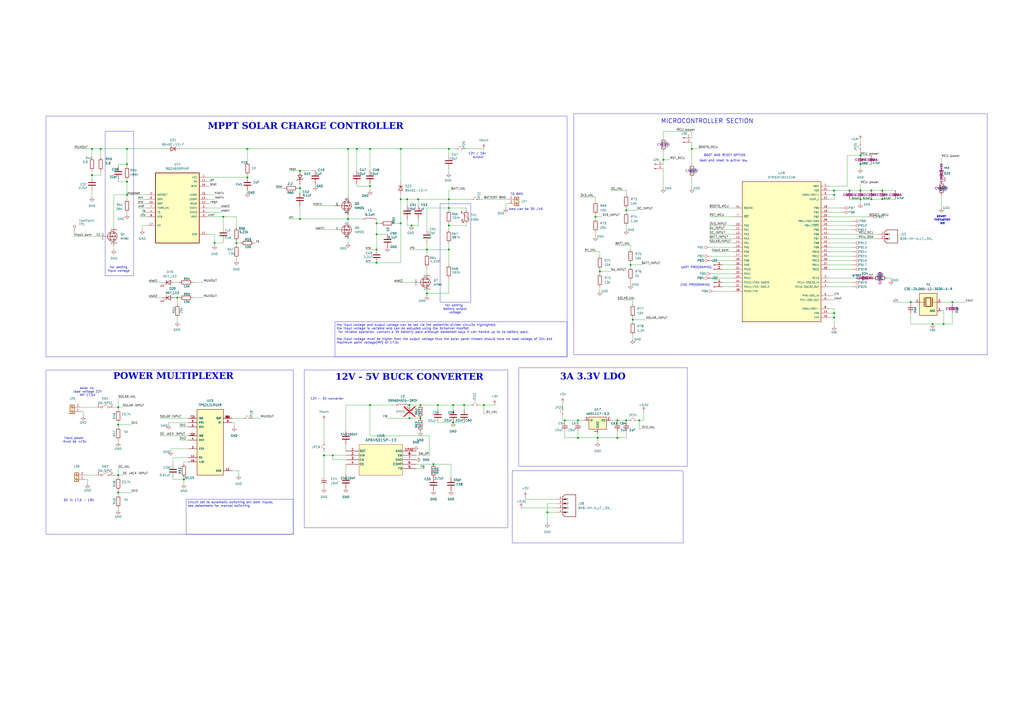
<source format=kicad_sch>
(kicad_sch (version 20250114) (generator "eeschema") (generator_version "9.0")
  (paper "A2")
  (title_block (title "POWER SCHEMATIC") (date "2025-11-03") (rev "V-1.1") (company "AdeMNEA IoT-ra") (comment 1 "Designed By TN Muhanguzi") (comment 2 "For MPSE Research at Makerere University"))
  (rectangle (start 300.99 213.36) (end 398.78 270.51))
  (rectangle (start 297.18 273.05) (end 396.24 314.96))
  (rectangle (start 255.27 118.11) (end 273.05 175.26))
  (rectangle (start 176.53 214.63) (end 294.64 306.07))
  (rectangle (start 332.74 66.04) (end 572.77 205.74))
  (rectangle (start 26.67 67.31) (end 328.93 207.01))
  (rectangle (start 26.67 214.63) (end 170.18 309.88))
  (rectangle (start 60.96 76.2) (end 77.47 160.02))
  (text "boot and reset is active low, " (at 420.37 93.218 0) (effects (font (size 1.27 1.27))))
  (text "power \nindication\nled" (at 546.608 127.508 0) (effects (font (size 1.27 1.27) (thickness 0.254) (bold yes))))
  (text "for setting\n battery output\n voltage" (at 263.398 179.324 0) (effects (font (size 1.27 1.27))))
  (text "12V / 16v\n output" (at 276.86 90.17 0) (effects (font (size 1.27 1.27))))
  (text "UART PROGRAMING" (at 403.86 155.194 0) (effects (font (size 1.27 1.27))))
  (text "MPPT SOLAR CHARGE CONTROLLER" (at 177.292 74.422 0) (effects (font (size 3.81 3.81) (bold yes))))
  (text "JTAG PROGRAMING" (at 403.098 165.354 0) (effects (font (size 1.27 1.27))))
  (text "POWER MULTIPLEXER" (at 100.584 219.456 0) (effects (font (size 3.81 3.81) (bold yes))))
  (text "input power\n must be >15v" (at 42.926 255.27 0) (effects (font (size 1.27 1.27))))
  (text "MICROCONTROLLER SECTION" (at 410.21 70.358 0) (effects (font (size 2.54 2.54) (thickness 0.254) (bold yes))))
  (text "BOOT AND RESET OPTION" (at 420.37 90.17 0) (effects (font (size 1.27 1.27) (thickness 0.1588))))
  (text "3A 3.3V LDO\n" (at 343.916 219.71 0) (effects (font (size 3.81 3.81) (bold yes))))
  (text "bms can be 3S /4S" (at 305.054 121.412 0) (effects (font (size 1.27 1.27))))
  (text "12V - 5V BUCK CONVERTER" (at 237.49 219.964 0) (effects (font (size 3.81 3.81) (bold yes))))
  (text "TO BMS " (at 300.228 112.776 0) (effects (font (size 1.27 1.27))))
  (text "DC in 17.5 - 19V" (at 45.72 290.322 0) (effects (font (size 1.27 1.27))))
  (text "solar no \nload voltage 22V\nMP 17.5V" (at 50.8 227.33 0) (effects (font (size 1.27 1.27))))
  (text "for setting\ninput voltage" (at 68.834 156.21 0) (effects (font (size 1.27 1.27))))
  (text "12V - 5V converter" (at 189.738 231.394 0) (effects (font (size 1.27 1.27))))
  (text_box "circuit set to automatic switching btn both inputs.\nsee datasheets for manual switching" (at 107.95 289.56 0) (size 62.23 20.32) (margins 0.9525 0.9525 0.9525 0.9525) (effects (font (size 1.27 1.27)) (justify left top)))
  (text_box "the input voltage and output voltage can be set via the pottential divider circuits highlighted.\nthe input voltage is variable and can be adjusted using the Nchannel mosftet \n for reliable operation, connect a 3S batterry pack although datasheet says it can handle up to 4s battery pack.\n\nthe input voltage must be higher than the output voltage thus the solar panel chosen should have no load voltage of 22v and maximum point voltage(MP) of 17.5v\n" (at 194.31 186.69 0) (size 134.62 20.32) (margins 0.9525 0.9525 0.9525 0.9525) (effects (font (size 1.27 1.27)) (justify left top)))
  (junction (at 68.58 275.59))
  (junction (at 345.44 125.73))
  (junction (at 238.76 130.81))
  (junction (at 53.34 86.36))
  (junction (at 214.63 107.95))
  (junction (at 102.87 172.72))
  (junction (at 143.51 86.36))
  (junction (at 483.87 181.61))
  (junction (at 505.46 115.57))
  (junction (at 242.57 115.57))
  (junction (at 173.99 99.06))
  (junction (at 232.41 86.36))
  (junction (at 260.35 120.65))
  (junction (at 269.24 234.95))
  (junction (at 363.22 121.92))
  (junction (at 236.22 115.57))
  (junction (at 260.35 144.78))
  (junction (at 201.93 86.36))
  (junction (at 237.49 242.57))
  (junction (at 327.66 243.84))
  (junction (at 68.58 236.22))
  (junction (at 232.41 129.54))
  (junction (at 260.35 130.81))
  (junction (at 73.66 86.36))
  (junction (at 401.32 86.36))
  (junction (at 58.42 86.36))
  (junction (at 237.49 234.95))
  (junction (at 384.81 92.71))
  (junction (at 260.35 115.57))
  (junction (at 173.99 127))
  (junction (at 511.81 110.49))
  (junction (at 207.01 86.36))
  (junction (at 247.65 170.18))
  (junction (at 173.99 109.22))
  (junction (at 260.35 86.36))
  (junction (at 187.96 264.16))
  (junction (at 358.14 254))
  (junction (at 53.34 101.6))
  (junction (at 499.11 115.57))
  (junction (at 528.32 175.26))
  (junction (at 68.58 285.75))
  (junction (at 243.84 242.57))
  (junction (at 499.11 110.49))
  (junction (at 218.44 135.89))
  (junction (at 335.28 243.84))
  (junction (at 218.44 152.4))
  (junction (at 505.46 110.49))
  (junction (at 251.46 269.24))
  (junction (at 247.65 144.78))
  (junction (at 483.87 110.49))
  (junction (at 73.66 105.41))
  (junction (at 137.16 140.97))
  (junction (at 214.63 234.95))
  (junction (at 370.84 243.84))
  (junction (at 363.22 243.84))
  (junction (at 262.89 234.95))
  (junction (at 358.14 243.84))
  (junction (at 106.68 278.13))
  (junction (at 201.93 127))
  (junction (at 365.76 153.67))
  (junction (at 367.03 185.42))
  (junction (at 541.02 187.96))
  (junction (at 499.11 95.25))
  (junction (at 214.63 86.36))
  (junction (at 547.37 187.96))
  (junction (at 511.81 115.57))
  (junction (at 492.76 110.49))
  (junction (at 73.66 113.03))
  (junction (at 483.87 113.03))
  (junction (at 254 234.95))
  (junction (at 499.11 90.17))
  (junction (at 193.04 264.16))
  (junction (at 335.28 254))
  (junction (at 243.84 234.95))
  (junction (at 232.41 115.57))
  (junction (at 218.44 144.78))
  (junction (at 262.89 245.11))
  (junction (at 280.67 234.95))
  (junction (at 68.58 246.38))
  (junction (at 218.44 129.54))
  (junction (at 73.66 95.25))
  (junction (at 317.5 297.18))
  (junction (at 483.87 184.15))
  (junction (at 143.51 102.87))
  (junction (at 124.46 140.97))
  (junction (at 129.54 125.73))
  (junction (at 346.71 254))
  (junction (at 552.45 175.26))
  (junction (at 347.98 157.48))
  (wire (pts (xy 411.48 140.97) (xy 425.45 140.97)))
  (wire (pts (xy 80.01 118.11) (xy 85.09 118.11)))
  (wire (pts (xy 546.1 180.34) (xy 547.37 180.34)))
  (wire (pts (xy 270.51 121.92) (xy 270.51 120.65)))
  (wire (pts (xy 411.48 138.43) (xy 425.45 138.43)))
  (wire (pts (xy 82.55 130.81) (xy 82.55 133.35)))
  (wire (pts (xy 294.64 118.11) (xy 293.37 118.11)))
  (wire (pts (xy 218.44 135.89) (xy 224.79 135.89)))
  (wire (pts (xy 411.48 130.81) (xy 425.45 130.81)))
  (wire (pts (xy 100.33 276.86) (xy 100.33 278.13)))
  (wire (pts (xy 494.03 143.51) (xy 481.33 143.51)))
  (wire (pts (xy 260.35 86.36) (xy 264.16 86.36)))
  (wire (pts (xy 228.6 163.83) (xy 240.03 163.83)))
  (wire (pts (xy 68.58 105.41) (xy 73.66 105.41)))
  (wire (pts (xy 92.71 252.73) (xy 109.22 252.73)))
  (wire (pts (xy 232.41 115.57) (xy 232.41 129.54)))
  (wire (pts (xy 86.36 163.83) (xy 93.98 163.83)))
  (wire (pts (xy 494.03 148.59) (xy 481.33 148.59)))
  (wire (pts (xy 365.76 153.67) (xy 365.76 154.94)))
  (wire (pts (xy 220.98 129.54) (xy 218.44 129.54)))
  (wire (pts (xy 327.66 243.84) (xy 327.66 245.11)))
  (wire (pts (xy 494.03 146.05) (xy 481.33 146.05)))
  (wire (pts (xy 483.87 181.61) (xy 483.87 179.07)))
  (wire (pts (xy 214.63 86.36) (xy 214.63 99.06)))
  (wire (pts (xy 370.84 243.84) (xy 373.38 243.84)))
  (wire (pts (xy 514.35 161.29) (xy 516.89 161.29)))
  (wire (pts (xy 499.11 115.57) (xy 499.11 118.11)))
  (wire (pts (xy 200.66 269.24) (xy 200.66 275.59)))
  (wire (pts (xy 50.8 278.13) (xy 50.8 280.67)))
  (wire (pts (xy 218.44 135.89) (xy 218.44 144.78)))
  (wire (pts (xy 335.28 243.84) (xy 339.09 243.84)))
  (wire (pts (xy 494.03 163.83) (xy 481.33 163.83)))
  (wire (pts (xy 363.22 121.92) (xy 363.22 123.19)))
  (wire (pts (xy 247.65 140.97) (xy 247.65 144.78)))
  (wire (pts (xy 363.22 120.65) (xy 363.22 121.92)))
  (wire (pts (xy 66.04 113.03) (xy 73.66 113.03)))
  (wire (pts (xy 109.22 267.97) (xy 106.68 267.97)))
  (wire (pts (xy 66.04 275.59) (xy 68.58 275.59)))
  (wire (pts (xy 212.09 144.78) (xy 218.44 144.78)))
  (wire (pts (xy 137.16 139.7) (xy 137.16 140.97)))
  (wire (pts (xy 499.11 87.63) (xy 499.11 90.17)))
  (wire (pts (xy 547.37 180.34) (xy 547.37 187.96)))
  (wire (pts (xy 247.65 120.65) (xy 260.35 120.65)))
  (wire (pts (xy 499.11 90.17) (xy 491.49 90.17)))
  (wire (pts (xy 367.03 184.15) (xy 367.03 185.42)))
  (wire (pts (xy 499.11 95.25) (xy 505.46 95.25)))
  (wire (pts (xy 111.76 172.72) (xy 118.11 172.72)))
  (wire (pts (xy 494.03 151.13) (xy 481.33 151.13)))
  (wire (pts (xy 104.14 255.27) (xy 109.22 255.27)))
  (wire (pts (xy 73.66 95.25) (xy 73.66 96.52)))
  (wire (pts (xy 68.58 285.75) (xy 68.58 287.02)))
  (wire (pts (xy 494.03 166.37) (xy 481.33 166.37)))
  (wire (pts (xy 247.65 170.18) (xy 247.65 171.45)))
  (wire (pts (xy 58.42 99.06) (xy 58.42 101.6)))
  (wire (pts (xy 384.81 76.2) (xy 384.81 80.01)))
  (wire (pts (xy 481.33 181.61) (xy 483.87 181.61)))
  (wire (pts (xy 363.22 121.92) (xy 369.57 121.92)))
  (wire (pts (xy 102.87 172.72) (xy 102.87 176.53)))
  (wire (pts (xy 200.66 234.95) (xy 200.66 250.19)))
  (wire (pts (xy 270.51 129.54) (xy 270.51 130.81)))
  (wire (pts (xy 345.44 125.73) (xy 349.25 125.73)))
  (wire (pts (xy 260.35 170.18) (xy 247.65 170.18)))
  (wire (pts (xy 106.68 276.86) (xy 106.68 278.13)))
  (wire (pts (xy 200.66 257.81) (xy 200.66 261.62)))
  (wire (pts (xy 81.28 125.73) (xy 85.09 125.73)))
  (wire (pts (xy 254 234.95) (xy 254 237.49)))
  (wire (pts (xy 109.22 260.35) (xy 99.06 260.35)))
  (wire (pts (xy 124.46 140.97) (xy 124.46 142.24)))
  (wire (pts (xy 546.1 104.14) (xy 546.1 105.41)))
  (wire (pts (xy 247.65 144.78) (xy 260.35 144.78)))
  (wire (pts (xy 143.51 86.36) (xy 201.93 86.36)))
  (wire (pts (xy 384.81 97.79) (xy 384.81 109.22)))
  (wire (pts (xy 68.58 104.14) (xy 68.58 105.41)))
  (wire (pts (xy 499.11 115.57) (xy 505.46 115.57)))
  (wire (pts (xy 326.39 241.3) (xy 326.39 243.84)))
  (wire (pts (xy 172.72 109.22) (xy 173.99 109.22)))
  (wire (pts (xy 97.79 245.11) (xy 97.79 246.38)))
  (wire (pts (xy 541.02 187.96) (xy 528.32 187.96)))
  (wire (pts (xy 358.14 250.19) (xy 358.14 254)))
  (wire (pts (xy 201.93 124.46) (xy 201.93 127)))
  (wire (pts (xy 483.87 113.03) (xy 483.87 110.49)))
  (wire (pts (xy 120.65 102.87) (xy 143.51 102.87)))
  (wire (pts (xy 254 234.95) (xy 262.89 234.95)))
  (wire (pts (xy 129.54 139.7) (xy 129.54 140.97)))
  (wire (pts (xy 124.46 115.57) (xy 120.65 115.57)))
  (wire (pts (xy 143.51 110.49) (xy 143.51 111.76)))
  (wire (pts (xy 363.22 250.19) (xy 363.22 254)))
  (wire (pts (xy 304.8 289.56) (xy 304.8 288.29)))
  (wire (pts (xy 327.66 254) (xy 335.28 254)))
  (wire (pts (xy 207.01 106.68) (xy 207.01 107.95)))
  (wire (pts (xy 528.32 175.26) (xy 530.86 175.26)))
  (wire (pts (xy 124.46 135.89) (xy 124.46 140.97)))
  (wire (pts (xy 528.32 187.96) (xy 528.32 181.61)))
  (wire (pts (xy 181.61 119.38) (xy 194.31 119.38)))
  (wire (pts (xy 317.5 297.18) (xy 317.5 303.53)))
  (wire (pts (xy 73.66 113.03) (xy 73.66 115.57)))
  (wire (pts (xy 327.66 250.19) (xy 327.66 254)))
  (wire (pts (xy 547.37 187.96) (xy 541.02 187.96)))
  (wire (pts (xy 182.88 133.35) (xy 194.31 133.35)))
  (wire (pts (xy 326.39 233.68) (xy 326.39 236.22)))
  (wire (pts (xy 483.87 189.23) (xy 483.87 184.15)))
  (wire (pts (xy 124.46 113.03) (xy 120.65 113.03)))
  (wire (pts (xy 43.18 134.62) (xy 43.18 137.16)))
  (wire (pts (xy 335.28 243.84) (xy 335.28 245.11)))
  (wire (pts (xy 173.99 99.06) (xy 182.88 99.06)))
  (wire (pts (xy 483.87 115.57) (xy 483.87 113.03)))
  (wire (pts (xy 120.65 135.89) (xy 124.46 135.89)))
  (wire (pts (xy 106.68 267.97) (xy 106.68 269.24)))
  (wire (pts (xy 494.03 133.35) (xy 481.33 133.35)))
  (wire (pts (xy 370.84 248.92) (xy 370.84 243.84)))
  (wire (pts (xy 248.92 264.16) (xy 248.92 252.73)))
  (wire (pts (xy 242.57 115.57) (xy 260.35 115.57)))
  (wire (pts (xy 173.99 127) (xy 201.93 127)))
  (wire (pts (xy 483.87 110.49) (xy 492.76 110.49)))
  (wire (pts (xy 260.35 129.54) (xy 260.35 130.81)))
  (wire (pts (xy 201.93 86.36) (xy 201.93 114.3)))
  (wire (pts (xy 214.63 252.73) (xy 214.63 234.95)))
  (wire (pts (xy 68.58 275.59) (xy 71.12 275.59)))
  (wire (pts (xy 187.96 264.16) (xy 193.04 264.16)))
  (wire (pts (xy 187.96 261.62) (xy 187.96 264.16)))
  (wire (pts (xy 237.49 242.57) (xy 243.84 242.57)))
  (wire (pts (xy 68.58 275.59) (xy 68.58 276.86)))
  (wire (pts (xy 367.03 185.42) (xy 374.65 185.42)))
  (wire (pts (xy 401.32 76.2) (xy 384.81 76.2)))
  (wire (pts (xy 326.39 243.84) (xy 327.66 243.84)))
  (wire (pts (xy 511.81 110.49) (xy 519.43 110.49)))
  (wire (pts (xy 411.48 125.73) (xy 425.45 125.73)))
  (wire (pts (xy 73.66 104.14) (xy 73.66 105.41)))
  (wire (pts (xy 411.48 133.35) (xy 425.45 133.35)))
  (wire (pts (xy 242.57 130.81) (xy 238.76 130.81)))
  (wire (pts (xy 365.76 144.78) (xy 365.76 142.24)))
  (wire (pts (xy 317.5 292.1) (xy 317.5 297.18)))
  (wire (pts (xy 43.18 86.36) (xy 53.34 86.36)))
  (wire (pts (xy 346.71 251.46) (xy 346.71 254)))
  (wire (pts (xy 236.22 130.81) (xy 236.22 127)))
  (wire (pts (xy 401.32 82.55) (xy 401.32 86.36)))
  (wire (pts (xy 46.99 238.76) (xy 48.26 238.76)))
  (wire (pts (xy 68.58 284.48) (xy 68.58 285.75)))
  (wire (pts (xy 347.98 148.59) (xy 347.98 146.05)))
  (wire (pts (xy 120.65 120.65) (xy 128.27 120.65)))
  (wire (pts (xy 280.67 234.95) (xy 287.02 234.95)))
  (wire (pts (xy 68.58 255.27) (xy 68.58 256.54)))
  (wire (pts (xy 73.66 105.41) (xy 73.66 113.03)))
  (wire (pts (xy 68.58 95.25) (xy 73.66 95.25)))
  (wire (pts (xy 356.87 142.24) (xy 365.76 142.24)))
  (wire (pts (xy 120.65 123.19) (xy 128.27 123.19)))
  (wire (pts (xy 237.49 144.78) (xy 247.65 144.78)))
  (wire (pts (xy 317.5 297.18) (xy 322.58 297.18)))
  (wire (pts (xy 73.66 86.36) (xy 73.66 95.25)))
  (wire (pts (xy 236.22 115.57) (xy 236.22 119.38)))
  (wire (pts (xy 260.35 161.29) (xy 260.35 170.18)))
  (wire (pts (xy 241.3 271.78) (xy 246.38 271.78)))
  (wire (pts (xy 481.33 173.99) (xy 483.87 173.99)))
  (wire (pts (xy 487.68 120.65) (xy 481.33 120.65)))
  (wire (pts (xy 247.65 147.32) (xy 247.65 144.78)))
  (wire (pts (xy 260.35 115.57) (xy 273.05 115.57)))
  (wire (pts (xy 278.13 115.57) (xy 294.64 115.57)))
  (wire (pts (xy 270.51 130.81) (xy 260.35 130.81)))
  (wire (pts (xy 363.22 254) (xy 358.14 254)))
  (wire (pts (xy 68.58 294.64) (xy 68.58 295.91)))
  (wire (pts (xy 483.87 184.15) (xy 483.87 181.61)))
  (wire (pts (xy 260.35 115.57) (xy 260.35 120.65)))
  (wire (pts (xy 138.43 273.05) (xy 138.43 275.59)))
  (wire (pts (xy 173.99 119.38) (xy 173.99 127)))
  (wire (pts (xy 481.33 113.03) (xy 483.87 113.03)))
  (wire (pts (xy 66.04 142.24) (xy 66.04 144.78)))
  (wire (pts (xy 367.03 185.42) (xy 367.03 186.69)))
  (wire (pts (xy 193.04 264.16) (xy 200.66 264.16)))
  (wire (pts (xy 247.65 133.35) (xy 247.65 120.65)))
  (wire (pts (xy 261.62 110.49) (xy 260.35 110.49)))
  (wire (pts (xy 53.34 86.36) (xy 53.34 91.44)))
  (wire (pts (xy 238.76 130.81) (xy 236.22 130.81)))
  (wire (pts (xy 242.57 127) (xy 242.57 130.81)))
  (wire (pts (xy 201.93 138.43) (xy 201.93 140.97)))
  (wire (pts (xy 232.41 86.36) (xy 260.35 86.36)))
  (wire (pts (xy 552.45 187.96) (xy 547.37 187.96)))
  (wire (pts (xy 201.93 127) (xy 210.82 127)))
  (wire (pts (xy 147.32 140.97) (xy 148.59 140.97)))
  (wire (pts (xy 242.57 115.57) (xy 242.57 119.38)))
  (wire (pts (xy 412.75 146.05) (xy 425.45 146.05)))
  (wire (pts (xy 76.2 285.75) (xy 68.58 285.75)))
  (wire (pts (xy 419.1 156.21) (xy 425.45 156.21)))
  (wire (pts (xy 384.81 87.63) (xy 384.81 92.71)))
  (wire (pts (xy 129.54 125.73) (xy 120.65 125.73)))
  (wire (pts (xy 260.35 140.97) (xy 260.35 144.78)))
  (wire (pts (xy 278.13 234.95) (xy 280.67 234.95)))
  (wire (pts (xy 237.49 234.95) (xy 243.84 234.95)))
  (wire (pts (xy 260.35 120.65) (xy 270.51 120.65)))
  (wire (pts (xy 481.33 135.89) (xy 509.27 135.89)))
  (wire (pts (xy 121.92 118.11) (xy 120.65 118.11)))
  (wire (pts (xy 322.58 292.1) (xy 317.5 292.1)))
  (wire (pts (xy 261.62 269.24) (xy 261.62 276.86)))
  (wire (pts (xy 401.32 76.2) (xy 401.32 80.01)))
  (wire (pts (xy 494.03 128.27) (xy 481.33 128.27)))
  (wire (pts (xy 100.33 265.43) (xy 100.33 269.24)))
  (wire (pts (xy 248.92 252.73) (xy 214.63 252.73)))
  (wire (pts (xy 96.52 86.36) (xy 73.66 86.36)))
  (wire (pts (xy 401.32 86.36) (xy 405.13 86.36)))
  (wire (pts (xy 280.67 240.03) (xy 280.67 234.95)))
  (wire (pts (xy 281.94 240.03) (xy 280.67 240.03)))
  (wire (pts (xy 134.62 245.11) (xy 135.89 245.11)))
  (wire (pts (xy 494.03 156.21) (xy 481.33 156.21)))
  (wire (pts (xy 134.62 242.57) (xy 140.97 242.57)))
  (wire (pts (xy 483.87 179.07) (xy 481.33 179.07)))
  (wire (pts (xy 354.33 243.84) (xy 358.14 243.84)))
  (wire (pts (xy 384.81 92.71) (xy 388.62 92.71)))
  (wire (pts (xy 384.81 92.71) (xy 384.81 95.25)))
  (wire (pts (xy 492.76 110.49) (xy 499.11 110.49)))
  (wire (pts (xy 491.49 107.95) (xy 481.33 107.95)))
  (wire (pts (xy 499.11 110.49) (xy 505.46 110.49)))
  (wire (pts (xy 363.22 243.84) (xy 364.49 243.84)))
  (wire (pts (xy 401.32 86.36) (xy 401.32 95.25)))
  (wire (pts (xy 121.92 107.95) (xy 120.65 107.95)))
  (wire (pts (xy 499.11 95.25) (xy 499.11 97.79)))
  (wire (pts (xy 336.55 114.3) (xy 345.44 114.3)))
  (wire (pts (xy 492.76 115.57) (xy 499.11 115.57)))
  (wire (pts (xy 137.16 132.08) (xy 137.16 125.73)))
  (wire (pts (xy 358.14 243.84) (xy 363.22 243.84)))
  (wire (pts (xy 173.99 109.22) (xy 173.99 111.76)))
  (wire (pts (xy 552.45 175.26) (xy 560.07 175.26)))
  (wire (pts (xy 365.76 152.4) (xy 365.76 153.67)))
  (wire (pts (xy 260.35 120.65) (xy 260.35 121.92)))
  (wire (pts (xy 218.44 129.54) (xy 218.44 135.89)))
  (wire (pts (xy 546.1 113.03) (xy 546.1 120.65)))
  (wire (pts (xy 481.33 184.15) (xy 483.87 184.15)))
  (wire (pts (xy 363.22 113.03) (xy 363.22 110.49)))
  (wire (pts (xy 137.16 140.97) (xy 139.7 140.97)))
  (wire (pts (xy 251.46 269.24) (xy 261.62 269.24)))
  (wire (pts (xy 58.42 101.6) (xy 53.34 101.6)))
  (wire (pts (xy 58.42 86.36) (xy 58.42 91.44)))
  (wire (pts (xy 66.04 236.22) (xy 68.58 236.22)))
  (wire (pts (xy 53.34 99.06) (xy 53.34 101.6)))
  (wire (pts (xy 247.65 154.94) (xy 247.65 158.75)))
  (wire (pts (xy 228.6 129.54) (xy 232.41 129.54)))
  (wire (pts (xy 516.89 161.29) (xy 516.89 162.56)))
  (wire (pts (xy 232.41 105.41) (xy 232.41 86.36)))
  (wire (pts (xy 327.66 243.84) (xy 335.28 243.84)))
  (wire (pts (xy 269.24 234.95) (xy 273.05 234.95)))
  (wire (pts (xy 224.79 242.57) (xy 237.49 242.57)))
  (wire (pts (xy 68.58 236.22) (xy 68.58 237.49)))
  (wire (pts (xy 200.66 234.95) (xy 214.63 234.95)))
  (wire (pts (xy 412.75 151.13) (xy 425.45 151.13)))
  (wire (pts (xy 411.48 135.89) (xy 425.45 135.89)))
  (wire (pts (xy 187.96 264.16) (xy 187.96 276.86)))
  (wire (pts (xy 214.63 234.95) (xy 229.87 234.95)))
  (wire (pts (xy 218.44 127) (xy 218.44 129.54)))
  (wire (pts (xy 358.14 173.99) (xy 367.03 173.99)))
  (wire (pts (xy 269.24 234.95) (xy 269.24 237.49)))
  (wire (pts (xy 82.55 123.19) (xy 85.09 123.19)))
  (wire (pts (xy 347.98 157.48) (xy 347.98 158.75)))
  (wire (pts (xy 401.32 102.87) (xy 401.32 109.22)))
  (wire (pts (xy 160.02 109.22) (xy 165.1 109.22)))
  (wire (pts (xy 73.66 113.03) (xy 85.09 113.03)))
  (wire (pts (xy 193.04 264.16) (xy 193.04 266.7)))
  (wire (pts (xy 419.1 153.67) (xy 425.45 153.67)))
  (wire (pts (xy 499.11 106.68) (xy 499.11 110.49)))
  (wire (pts (xy 68.58 271.78) (xy 68.58 275.59)))
  (wire (pts (xy 102.87 184.15) (xy 102.87 186.69)))
  (wire (pts (xy 552.45 181.61) (xy 552.45 187.96)))
  (wire (pts (xy 212.09 152.4) (xy 218.44 152.4)))
  (wire (pts (xy 49.53 275.59) (xy 55.88 275.59)))
  (wire (pts (xy 415.29 168.91) (xy 425.45 168.91)))
  (wire (pts (xy 339.09 146.05) (xy 347.98 146.05)))
  (wire (pts (xy 48.26 238.76) (xy 48.26 241.3)))
  (wire (pts (xy 358.14 254) (xy 346.71 254)))
  (wire (pts (xy 345.44 116.84) (xy 345.44 114.3)))
  (wire (pts (xy 411.48 120.65) (xy 425.45 120.65)))
  (wire (pts (xy 146.05 242.57) (xy 151.13 242.57)))
  (wire (pts (xy 120.65 105.41) (xy 121.92 105.41)))
  (wire (pts (xy 53.34 110.49) (xy 53.34 114.3)))
  (wire (pts (xy 218.44 152.4) (xy 232.41 152.4)))
  (wire (pts (xy 104.14 247.65) (xy 109.22 247.65)))
  (wire (pts (xy 167.64 127) (xy 173.99 127)))
  (wire (pts (xy 137.16 125.73) (xy 129.54 125.73)))
  (wire (pts (xy 134.62 273.05) (xy 138.43 273.05)))
  (wire (pts (xy 92.71 242.57) (xy 109.22 242.57)))
  (wire (pts (xy 201.93 127) (xy 201.93 128.27)))
  (wire (pts (xy 505.46 110.49) (xy 511.81 110.49)))
  (wire (pts (xy 243.84 234.95) (xy 254 234.95)))
  (wire (pts (xy 260.35 144.78) (xy 260.35 153.67)))
  (wire (pts (xy 193.04 266.7) (xy 200.66 266.7)))
  (wire (pts (xy 68.58 245.11) (xy 68.58 246.38)))
  (wire (pts (xy 302.26 294.64) (xy 322.58 294.64)))
  (wire (pts (xy 346.71 254) (xy 335.28 254)))
  (wire (pts (xy 546.1 175.26) (xy 552.45 175.26)))
  (wire (pts (xy 53.34 86.36) (xy 58.42 86.36)))
  (wire (pts (xy 214.63 107.95) (xy 214.63 110.49)))
  (wire (pts (xy 173.99 106.68) (xy 173.99 109.22)))
  (wire (pts (xy 481.33 115.57) (xy 483.87 115.57)))
  (wire (pts (xy 111.76 163.83) (xy 118.11 163.83)))
  (wire (pts (xy 345.44 134.62) (xy 345.44 137.16)))
  (wire (pts (xy 345.44 124.46) (xy 345.44 125.73)))
  (wire (pts (xy 358.14 243.84) (xy 358.14 245.11)))
  (wire (pts (xy 86.36 172.72) (xy 93.98 172.72)))
  (wire (pts (xy 367.03 194.31) (xy 367.03 196.85)))
  (wire (pts (xy 481.33 125.73) (xy 504.19 125.73)))
  (wire (pts (xy 207.01 86.36) (xy 207.01 99.06)))
  (wire (pts (xy 262.89 234.95) (xy 262.89 237.49)))
  (wire (pts (xy 260.35 130.81) (xy 260.35 133.35)))
  (wire (pts (xy 419.1 163.83) (xy 425.45 163.83)))
  (wire (pts (xy 262.89 245.11) (xy 269.24 245.11)))
  (wire (pts (xy 232.41 115.57) (xy 236.22 115.57)))
  (wire (pts (xy 269.24 86.36) (xy 280.67 86.36)))
  (wire (pts (xy 365.76 153.67) (xy 372.11 153.67)))
  (wire (pts (xy 347.98 156.21) (xy 347.98 157.48)))
  (wire (pts (xy 505.46 115.57) (xy 511.81 115.57)))
  (wire (pts (xy 347.98 157.48) (xy 354.33 157.48)))
  (wire (pts (xy 80.01 120.65) (xy 85.09 120.65)))
  (wire (pts (xy 487.68 123.19) (xy 481.33 123.19)))
  (wire (pts (xy 518.16 175.26) (xy 528.32 175.26)))
  (wire (pts (xy 494.03 130.81) (xy 481.33 130.81)))
  (wire (pts (xy 260.35 86.36) (xy 260.35 90.17)))
  (wire (pts (xy 101.6 163.83) (xy 104.14 163.83)))
  (wire (pts (xy 99.06 260.35) (xy 99.06 261.62)))
  (wire (pts (xy 481.33 171.45) (xy 483.87 171.45)))
  (wire (pts (xy 363.22 243.84) (xy 363.22 245.11)))
  (wire (pts (xy 236.22 115.57) (xy 242.57 115.57)))
  (wire (pts (xy 167.64 99.06) (xy 173.99 99.06)))
  (wire (pts (xy 260.35 97.79) (xy 260.35 100.33)))
  (wire (pts (xy 68.58 96.52) (xy 68.58 95.25)))
  (wire (pts (xy 412.75 143.51) (xy 425.45 143.51)))
  (wire (pts (xy 494.03 140.97) (xy 481.33 140.97)))
  (wire (pts (xy 347.98 166.37) (xy 347.98 168.91)))
  (wire (pts (xy 414.02 158.75) (xy 425.45 158.75)))
  (wire (pts (xy 68.58 231.14) (xy 68.58 236.22)))
  (wire (pts (xy 345.44 125.73) (xy 345.44 127)))
  (wire (pts (xy 102.87 172.72) (xy 104.14 172.72)))
  (wire (pts (xy 262.89 234.95) (xy 269.24 234.95)))
  (wire (pts (xy 346.71 256.54) (xy 346.71 254)))
  (wire (pts (xy 505.46 161.29) (xy 506.73 161.29)))
  (wire (pts (xy 369.57 243.84) (xy 370.84 243.84)))
  (wire (pts (xy 100.33 278.13) (xy 106.68 278.13)))
  (wire (pts (xy 335.28 254) (xy 335.28 250.19)))
  (wire (pts (xy 232.41 113.03) (xy 232.41 115.57)))
  (wire (pts (xy 412.75 161.29) (xy 425.45 161.29)))
  (wire (pts (xy 73.66 86.36) (xy 58.42 86.36)))
  (wire (pts (xy 509.27 138.43) (xy 481.33 138.43)))
  (wire (pts (xy 419.1 166.37) (xy 425.45 166.37)))
  (wire (pts (xy 201.93 86.36) (xy 207.01 86.36)))
  (wire (pts (xy 372.11 248.92) (xy 370.84 248.92)))
  (wire (pts (xy 207.01 86.36) (xy 214.63 86.36)))
  (wire (pts (xy 106.68 278.13) (xy 106.68 280.67)))
  (wire (pts (xy 137.16 149.86) (xy 137.16 151.13)))
  (wire (pts (xy 66.04 132.08) (xy 66.04 113.03)))
  (wire (pts (xy 143.51 86.36) (xy 143.51 93.98)))
  (wire (pts (xy 367.03 176.53) (xy 367.03 173.99)))
  (wire (pts (xy 494.03 153.67) (xy 481.33 153.67)))
  (wire (pts (xy 232.41 129.54) (xy 232.41 152.4)))
  (wire (pts (xy 481.33 110.49) (xy 483.87 110.49)))
  (wire (pts (xy 187.96 243.84) (xy 187.96 256.54)))
  (wire (pts (xy 101.6 172.72) (xy 102.87 172.72)))
  (wire (pts (xy 247.65 168.91) (xy 247.65 170.18)))
  (wire (pts (xy 143.51 101.6) (xy 143.51 102.87)))
  (wire (pts (xy 109.22 245.11) (xy 97.79 245.11)))
  (wire (pts (xy 528.32 175.26) (xy 528.32 176.53)))
  (wire (pts (xy 53.34 101.6) (xy 53.34 102.87)))
  (wire (pts (xy 135.89 245.11) (xy 135.89 247.65)))
  (wire (pts (xy 49.53 278.13) (xy 50.8 278.13)))
  (wire (pts (xy 254 245.11) (xy 262.89 245.11)))
  (wire (pts (xy 46.99 236.22) (xy 55.88 236.22)))
  (wire (pts (xy 546.1 91.44) (xy 546.1 96.52)))
  (wire (pts (xy 187.96 281.94) (xy 187.96 283.21)))
  (wire (pts (xy 499.11 90.17) (xy 505.46 90.17)))
  (wire (pts (xy 499.11 81.28) (xy 499.11 82.55)))
  (wire (pts (xy 76.2 246.38) (xy 68.58 246.38)))
  (wire (pts (xy 214.63 86.36) (xy 232.41 86.36)))
  (wire (pts (xy 68.58 236.22) (xy 71.12 236.22)))
  (wire (pts (xy 412.75 148.59) (xy 425.45 148.59)))
  (wire (pts (xy 304.8 289.56) (xy 322.58 289.56)))
  (wire (pts (xy 182.88 106.68) (xy 182.88 107.95)))
  (wire (pts (xy 241.3 269.24) (xy 251.46 269.24)))
  (wire (pts (xy 241.3 264.16) (xy 248.92 264.16)))
  (wire (pts (xy 373.38 238.76) (xy 373.38 243.84)))
  (wire (pts (xy 511.81 115.57) (xy 519.43 115.57)))
  (wire (pts (xy 365.76 162.56) (xy 365.76 165.1)))
  (wire (pts (xy 129.54 140.97) (xy 124.46 140.97)))
  (wire (pts (xy 552.45 175.26) (xy 552.45 176.53)))
  (wire (pts (xy 207.01 107.95) (xy 214.63 107.95)))
  (wire (pts (xy 293.37 118.11) (xy 293.37 120.65)))
  (wire (pts (xy 68.58 246.38) (xy 68.58 247.65)))
  (wire (pts (xy 80.01 115.57) (xy 85.09 115.57)))
  (wire (pts (xy 109.22 265.43) (xy 100.33 265.43)))
  (wire (pts (xy 481.33 161.29) (xy 497.84 161.29)))
  (wire (pts (xy 104.14 86.36) (xy 143.51 86.36)))
  (wire (pts (xy 354.33 110.49) (xy 363.22 110.49)))
  (wire (pts (xy 73.66 123.19) (xy 73.66 124.46)))
  (wire (pts (xy 260.35 110.49) (xy 260.35 115.57)))
  (wire (pts (xy 214.63 106.68) (xy 214.63 107.95)))
  (wire (pts (xy 491.49 90.17) (xy 491.49 107.95)))
  (wire (pts (xy 85.09 130.81) (xy 82.55 130.81)))
  (wire (pts (xy 137.16 140.97) (xy 137.16 142.24)))
  (wire (pts (xy 43.18 137.16) (xy 58.42 137.16)))
  (wire (pts (xy 363.22 130.81) (xy 363.22 133.35)))
  (wire (pts (xy 129.54 125.73) (xy 129.54 132.08)))
  (label "3V3_INPUT" (at 349.25 125.73 0))
  (label "5V_INPUT" (at 411.48 133.35 0))
  (label "FB" (at 224.79 242.57 180))
  (label "ts" (at 148.59 140.97 0))
  (label "OV1" (at 76.2 246.38 0))
  (label "stat2" (at 228.6 163.83 0))
  (label "stat2" (at 128.27 120.65 0))
  (label "ph" (at 121.92 105.41 0))
  (label "SOLAR_INPUT" (at 374.65 185.42 0))
  (label "srp" (at 212.09 144.78 0))
  (label "regn" (at 167.64 99.06 0))
  (label "MUXOUT" (at 151.13 242.57 0))
  (label "RST_MCU" (at 388.62 92.71 0))
  (label "ph" (at 167.64 127 0))
  (label "MCU power" (at 392.43 76.2 0))
  (label "srp" (at 80.01 118.11 0))
  (label "OV1" (at 104.14 247.65 0))
  (label "3V3_INPUT" (at 411.48 130.81 0))
  (label "srn" (at 80.01 115.57 0))
  (label "SOLAR_VAL" (at 68.58 231.14 0))
  (label "MCU_SCL" (at 506.73 135.89 180))
  (label "btst" (at 160.02 109.22 0))
  (label "cin" (at 483.87 171.45 0))
  (label "ts" (at 82.55 123.19 0))
  (label "SOLAR INPUT" (at 92.71 242.57 0))
  (label "vfb" (at 81.28 125.73 0))
  (label "cout" (at 483.87 173.99 0))
  (label "DC_VAL" (at 354.33 110.49 0))
  (label "stat1" (at 86.36 163.83 0))
  (label "MCU_SDA" (at 506.73 138.43 180))
  (label "SW_AP" (at 248.92 264.16 180))
  (label "hidriv" (at 181.61 119.38 0))
  (label "BATT_INPUT" (at 372.11 153.67 0))
  (label "cin" (at 518.16 175.26 0))
  (label "srn" (at 212.09 152.4 0))
  (label "BATT_VAL" (at 356.87 142.24 0))
  (label "3V3_VAL" (at 372.11 248.92 0))
  (label "MUXOUT" (at 118.11 163.83 0))
  (label "5V_VAL" (at 281.94 240.03 0))
  (label "regn" (at 121.92 118.11 0))
  (label "5V_VAL" (at 339.09 146.05 0))
  (label "MCU power" (at 499.11 106.68 0))
  (label "SOLAR INPUT" (at 71.12 236.22 0))
  (label "FB" (at 246.38 271.78 180))
  (label "MUXOUT" (at 118.11 172.72 0))
  (label "stat2" (at 86.36 172.72 0))
  (label "SOLAR_VAL" (at 358.14 173.99 0))
  (label "hidriv" (at 124.46 113.03 0))
  (label "RST_MCU" (at 411.48 125.73 0))
  (label "MCU power" (at 499.11 90.17 0))
  (label "5V_INPUT" (at 354.33 157.48 0))
  (label "DC_INPUT" (at 369.57 121.92 0))
  (label "input pwm" (at 43.18 137.16 0))
  (label "DC_VAL" (at 68.58 271.78 0))
  (label "vref" (at 80.01 120.65 0))
  (label "BOOT0_MCU" (at 411.48 120.65 0))
  (label "btst" (at 121.92 107.95 0))
  (label "cout" (at 560.07 175.26 0))
  (label "CE" (at 55.88 137.16 0))
  (label "stat1" (at 128.27 123.19 0))
  (label "lodriv" (at 182.88 133.35 0))
  (label "lodriv" (at 124.46 115.57 0))
  (label "OV2" (at 104.14 255.27 0))
  (label "DC JACK INPUT" (at 92.71 252.73 0))
  (label "SOLAR_INPUT" (at 411.48 140.97 0))
  (label "MUXOUT" (at 43.18 86.36 0))
  (label "input pwm" (at 412.75 146.05 0))
  (label "OV2" (at 76.2 285.75 0))
  (label "BOOT1_MCU" (at 504.19 125.73 0))
  (label "3V3_VAL" (at 336.55 114.3 0))
  (label "DC_INPUT" (at 411.48 135.89 0))
  (label "MCU power" (at 546.1 91.44 0))
  (label "DC JACK INPUT" (at 71.12 275.59 0))
  (label "BATT_VAL" (at 261.62 110.49 0))
  (label "BATT_INPUT" (at 411.48 138.43 0))
  (label "BOOT0_MCU" (at 405.13 86.36 0))
  (label "vref" (at 120.65 125.73 0))
  (label "vfb" (at 237.49 144.78 0))
  (label "BATTERY BMS" (at 280.67 115.57 0))
  (label "mpptset" (at 73.66 113.03 0))
  (symbol (lib_id "Device:C_Small") (at 511.81 113.03 0) (unit 1)
    (property "Reference" "C70" (effects (hide yes)))
    (property "Value" "0.1uF" (at 512.445 114.935 0) (effects (font (size 1.016 1.016)) (justify left)))
    (property "Footprint" "Capacitor_SMD:C_0603_1608Metric" (effects (hide yes)))
    (property "Description" "Unpolarized capacitor, small symbol" (effects (hide yes)))
    (property "LCSC" "C1589" (at 511.81 113.03 0))
  )
  (symbol (lib_id "Device:D") (at 100.33 86.36 180) (unit 1)
    (property "Reference" "D21" (at 100.33 81.28 0))
    (property "Value" "B540C-13-F" (at 100.33 83.82 0))
    (property "Footprint" "Diode_SMD:D_SMB-SMC_Universal_Handsoldering" (effects (hide yes)))
    (property "Description" "Diode" (effects (hide yes)))
    (property "Sim.Device" "D" (effects (hide yes)))
    (property "Sim.Pins" "1=K 2=A" (effects (hide yes)))
    (property "LCSC" "C72264" (effects (hide yes)))
  )
  (symbol (lib_id "Device:R") (at 68.58 241.3 0) (unit 1)
    (property "Reference" "R46" (at 66.294 241.3 90))
    (property "Value" "23.7k" (at 73.152 240.284 0))
    (property "Footprint" "Resistor_SMD:R_0603_1608Metric_Pad0.98x0.95mm_HandSolder" (effects (hide yes)))
    (property "Datasheet" "FRC0603F5101TS" (effects (hide yes)))
    (property "Description" "Resistor" (effects (hide yes)))
    (property "LCSC" "C22912" (effects (hide yes)))
  )
  (symbol (lib_id "power:GND") (at 346.71 256.54 0) (unit 1)
    (property "Reference" "#PWR0137" (effects (hide yes)))
    (property "Value" "GND" (at 346.71 261.62 0))
    (property "Description" "Power symbol creates a global label with name \"GND\" , ground" (effects (hide yes)))
  )
  (symbol (lib_name "NMOS_1") (lib_id "Simulation_SPICE:NMOS") (at 199.39 133.35 0) (unit 1)
    (property "Reference" "Q6" (at 205.74 132.0799 0) (effects (justify left)))
    (property "Value" "NMOS" (at 205.74 134.6199 0) (effects (justify left)))
    (property "Footprint" "NTMFS4H01NFT3G:TRANS_NVMFS5834NLWFT1G" (effects (hide yes)))
    (property "Datasheet" "https://ngspice.sourceforge.io/docs/ngspice-html-manual/manual.xhtml#cha_MOSFETs" (effects (hide yes)))
    (property "Description" "N-MOSFET transistor, drain/source/gate" (effects (hide yes)))
    (property "Sim.Device" "NMOS" (effects (hide yes)))
    (property "Sim.Type" "VDMOS" (effects (hide yes)))
    (property "Sim.Pins" "1=D 2=G 3=S" (effects (hide yes)))
    (property "LCSC" "C604579" (effects (hide yes)))
  )
  (symbol (lib_id "Device:R") (at 243.84 238.76 0) (unit 1)
    (property "Reference" "R62" (at 241.554 238.76 90))
    (property "Value" "5K1" (at 243.84 238.76 90))
    (property "Footprint" "Resistor_SMD:R_0603_1608Metric_Pad0.98x0.95mm_HandSolder" (effects (hide yes)))
    (property "Datasheet" "FRC0603F5101TS" (effects (hide yes)))
    (property "Description" "Resistor" (effects (hide yes)))
    (property "LCSC" "C2907044" (effects (hide yes)))
  )
  (symbol (lib_id "power:GND") (at 106.68 280.67 0) (unit 1)
    (property "Reference" "#PWR0107" (effects (hide yes)))
    (property "Value" "GND" (at 106.68 284.734 0))
    (property "Description" "Power symbol creates a global label with name \"GND\" , ground" (effects (hide yes)))
  )
  (symbol (lib_id "power:GND") (at 50.8 280.67 0) (unit 1)
    (property "Reference" "#PWR097" (effects (hide yes)))
    (property "Value" "GND" (at 50.8 284.48 0))
    (property "Description" "Power symbol creates a global label with name \"GND\" , ground" (effects (hide yes)))
  )
  (symbol (lib_id "Device:C") (at 200.66 254 0) (unit 1)
    (property "Reference" "C45" (at 197.612 251.968 0) (effects (justify left)))
    (property "Value" "100nF" (at 201.422 251.968 0) (effects (justify left)))
    (property "Footprint" "Capacitor_SMD:C_1206_3216Metric_Pad1.33x1.80mm_HandSolder" (effects (hide yes)))
    (property "Datasheet" "CC1206KRX7R9BB104" (effects (hide yes)))
    (property "Description" "Unpolarized capacitor" (effects (hide yes)))
    (property "LCSC" "C24497" (effects (hide yes)))
  )
  (symbol (lib_id "Device:C") (at 214.63 102.87 0) (unit 1)
    (property "Reference" "C48" (at 216.154 98.552 0) (effects (justify left)))
    (property "Value" "10uF" (at 214.884 100.838 0) (effects (justify left)))
    (property "Footprint" "Capacitor_SMD:C_1206_3216Metric_Pad1.33x1.80mm_HandSolder" (effects (hide yes)))
    (property "Datasheet" "CC0603KRX7R9BB103" (effects (hide yes)))
    (property "Description" "Unpolarized capacitor" (effects (hide yes)))
    (property "DigiKey_Part_Number" "CC0603KRX7R9BB103" (effects (hide yes)))
    (property "LCSC" "C89632" (effects (hide yes)))
  )
  (symbol (lib_id "Jumper:Jumper_2_Small_Open") (at 266.7 86.36 0) (unit 1) (in_bom no)
    (property "Reference" "JP20" (at 268.986 81.788 90) (effects (justify right)))
    (property "Value" "Jumper_2_Small_Open" (effects (hide yes)))
    (property "Footprint" "Jumper:SolderJumper-2_P1.3mm_Open_RoundedPad1.0x1.5mm" (effects (hide yes)))
    (property "Description" "Jumper, 2-pole, small symbol, open" (effects (hide yes)))
  )
  (symbol (lib_id "Device:C") (at 200.66 279.4 0) (unit 1)
    (property "Reference" "C46" (at 197.612 277.368 0) (effects (justify left)))
    (property "Value" "10nF" (at 201.422 277.368 0) (effects (justify left)))
    (property "Footprint" "Capacitor_SMD:C_0603_1608Metric_Pad1.08x0.95mm_HandSolder" (effects (hide yes)))
    (property "Datasheet" "CC0603KRX7R9BB103" (effects (hide yes)))
    (property "Description" "Unpolarized capacitor" (effects (hide yes)))
    (property "DigiKey_Part_Number" "CC0603KRX7R9BB103" (effects (hide yes)))
    (property "LCSC" "C100042" (effects (hide yes)))
  )
  (symbol (lib_id "power:+5V") (at 373.38 238.76 0) (unit 1)
    (property "Reference" "#PWR0142" (effects (hide yes)))
    (property "Value" "+3.3V" (at 373.38 234.95 0))
    (property "Description" "Power symbol creates a global label with name \"+5V\"" (effects (hide yes)))
  )
  (symbol (lib_id "Device:Thermistor_NTC") (at 270.51 125.73 0) (unit 1)
    (property "Reference" "TH1" (at 273.05 124.7774 0) (effects (justify left)))
    (property "Value" "100k" (at 273.05 127.3174 0) (effects (justify left)))
    (property "Footprint" "Resistor_SMD:R_1812_4532Metric" (effects (hide yes)))
    (property "Description" "Temperature dependent resistor, negative temperature coefficient" (effects (hide yes)))
    (property "LCSC" "C5146262" (effects (hide yes)))
  )
  (symbol (lib_id "Device:R") (at 260.35 157.48 180) (unit 1)
    (property "Reference" "R68" (at 261.874 155.956 0) (effects (justify right)))
    (property "Value" "162k" (at 262.128 157.988 0) (effects (justify right)))
    (property "Footprint" "Resistor_SMD:R_0603_1608Metric" (effects (hide yes)))
    (property "Description" "Resistor" (effects (hide yes)))
    (property "LCSC" "C2998114" (effects (hide yes)))
  )
  (symbol (lib_id "Device:C") (at 254 241.3 0) (unit 1)
    (property "Reference" "C56" (at 250.952 239.268 0) (effects (justify left)))
    (property "Value" "22uF" (at 248.158 244.094 0) (effects (justify left)))
    (property "Footprint" "Capacitor_SMD:C_0603_1608Metric_Pad1.08x0.95mm_HandSolder" (effects (hide yes)))
    (property "Datasheet" "CL10A226MO7JZNC" (effects (hide yes)))
    (property "Description" "Unpolarized capacitor" (effects (hide yes)))
    (property "DigiKey_Part_Number" "CL10A226MO7JZNC" (effects (hide yes)))
    (property "LCSC" "C86295" (effects (hide yes)))
  )
  (symbol (lib_id "Device:C_Small") (at 505.46 92.71 0) (unit 1)
    (property "Reference" "C68" (effects (hide yes)))
    (property "Value" "4.7uF" (at 506.095 94.615 0) (effects (font (size 1.016 1.016)) (justify left)))
    (property "Footprint" "Capacitor_SMD:C_0603_1608Metric" (effects (hide yes)))
    (property "Description" "Unpolarized capacitor, small symbol" (effects (hide yes)))
    (property "LCSC" "C19666" (at 505.46 92.71 0))
  )
  (symbol (lib_id "Device:R") (at 251.46 273.05 180) (unit 1)
    (property "Reference" "R65" (at 253.746 273.05 90))
    (property "Value" "5K1" (at 251.46 273.05 90))
    (property "Footprint" "Resistor_SMD:R_0603_1608Metric_Pad0.98x0.95mm_HandSolder" (effects (hide yes)))
    (property "Datasheet" "FRC0603F5101TS" (effects (hide yes)))
    (property "Description" "Resistor" (effects (hide yes)))
    (property "LCSC" "C2907044" (effects (hide yes)))
  )
  (symbol (lib_id "power:GND") (at 201.93 140.97 0) (unit 1)
    (property "Reference" "#PWR0117" (effects (hide yes)))
    (property "Value" "GND" (at 199.136 144.018 0))
    (property "Description" "Power symbol creates a global label with name \"GND\" , ground" (effects (hide yes)))
  )
  (symbol (lib_id "Device:R") (at 143.51 140.97 90) (unit 1)
    (property "Reference" "R59" (at 141.986 138.938 90) (effects (justify right)))
    (property "Value" "100" (at 141.986 143.256 90) (effects (justify right)))
    (property "Footprint" "Resistor_SMD:R_0603_1608Metric" (effects (hide yes)))
    (property "Description" "Resistor" (effects (hide yes)))
    (property "LCSC" "C105588" (effects (hide yes)))
  )
  (symbol (lib_id "Switch:SW_SPST") (at 60.96 275.59 0) (unit 1) (in_bom no)
    (property "Reference" "SW2" (at 60.96 270.51 0))
    (property "Value" "SW_SPST" (at 60.96 273.05 0))
    (property "Footprint" "Button_Switch_THT:SW_DIP_SPSTx01_Slide_9.78x4.72mm_W7.62mm_P2.54mm" (effects (hide yes)))
    (property "Description" "Single Pole Single Throw (SPST) switch" (effects (hide yes)))
  )
  (symbol (lib_id "Connector:TestPoint") (at 412.75 161.29 90) (unit 1) (in_bom no)
    (property "Reference" "PB4" (at 406.4 161.29 90))
    (property "Value" "TestPoint" (effects (hide yes)))
    (property "Footprint" "TestPoint:TestPoint_Pad_D1.0mm" (effects (hide yes)))
    (property "Description" "test point" (effects (hide yes)))
  )
  (symbol (lib_id "TPS2121RUXR:TPS2121RUXR") (at 121.92 257.81 0) (unit 1)
    (property "Reference" "U15" (at 121.92 232.41 0))
    (property "Value" "TPS2121RUXR" (at 121.92 234.95 0))
    (property "Footprint" "TPS2121RUXR:IC_TPS2121RUXR" (effects (hide yes)))
    (property "DigiKey_Part_Number" "296-53410-1-ND" (effects (hide yes)))
    (property "SnapEDA_Link" "https://www.snapeda.com/parts/TPS2121RUXR/Texas+Instruments/view-part/?ref=snap" (effects (hide yes)))
    (property "Description_1" "2.7-V to 22-V, 56-mΩ, 4.5-A, power mux with seamless switchover" (effects (hide yes)))
    (property "Package" "VQFN-HR-12 Texas Instruments" (effects (hide yes)))
    (property "Check_prices" "https://www.snapeda.com/parts/TPS2121RUXR/Texas+Instruments/view-part/?ref=eda" (effects (hide yes)))
    (property "STANDARD" "Manufacturer Recommendations" (effects (hide yes)))
    (property "MF" "Texas Instruments" (effects (hide yes)))
    (property "MP" "TPS2121RUXR" (effects (hide yes)))
    (property "MANUFACTURER" "TEXAS INSTRUMENTS" (effects (hide yes)))
    (property "LCSC" "C485916" (effects (hide yes)))
  )
  (symbol (lib_id "Connector:TestPoint") (at 494.03 156.21 270) (unit 1) (in_bom no)
    (property "Reference" "PB18" (at 500.38 156.21 90))
    (property "Value" "TestPoint" (effects (hide yes)))
    (property "Footprint" "TestPoint:TestPoint_Pad_D1.0mm" (effects (hide yes)))
    (property "Description" "test point" (effects (hide yes)))
  )
  (symbol (lib_id "Jumper:Jumper_2_Small_Open") (at 275.59 115.57 0) (unit 1) (in_bom no)
    (property "Reference" "JP21" (at 277.876 110.998 90) (effects (justify right)))
    (property "Value" "Jumper_2_Small_Open" (effects (hide yes)))
    (property "Footprint" "Jumper:SolderJumper-2_P1.3mm_Open_Pad1.0x1.5mm" (effects (hide yes)))
    (property "Description" "Jumper, 2-pole, small symbol, open" (effects (hide yes)))
  )
  (symbol (lib_id "Switch:SW_SPST") (at 60.96 236.22 0) (unit 1) (in_bom no)
    (property "Reference" "SW1" (at 60.96 231.14 0))
    (property "Value" "SW_SPST" (at 60.96 233.68 0))
    (property "Footprint" "Button_Switch_THT:SW_DIP_SPSTx01_Slide_9.78x4.72mm_W7.62mm_P2.54mm" (effects (hide yes)))
    (property "Description" "Single Pole Single Throw (SPST) switch" (effects (hide yes)))
  )
  (symbol (lib_id "Device:R") (at 68.58 290.83 0) (unit 1)
    (property "Reference" "R49" (at 66.294 290.83 90))
    (property "Value" "5k" (at 73.152 289.814 0))
    (property "Footprint" "Resistor_SMD:R_0603_1608Metric_Pad0.98x0.95mm_HandSolder" (effects (hide yes)))
    (property "Datasheet" "FRC0603F5101TS" (effects (hide yes)))
    (property "Description" "Resistor" (effects (hide yes)))
    (property "LCSC" "C2828621" (effects (hide yes)))
  )
  (symbol (lib_id "power:GND") (at 68.58 295.91 0) (unit 1)
    (property "Reference" "#PWR0101" (effects (hide yes)))
    (property "Value" "GND" (at 68.58 299.72 0))
    (property "Description" "Power symbol creates a global label with name \"GND\" , ground" (effects (hide yes)))
  )
  (symbol (lib_id "Device:C") (at 182.88 102.87 0) (unit 1)
    (property "Reference" "C43" (at 184.404 98.552 0) (effects (justify left)))
    (property "Value" "1uF" (at 183.134 100.838 0) (effects (justify left)))
    (property "Footprint" "Capacitor_SMD:C_0603_1608Metric_Pad1.08x0.95mm_HandSolder" (effects (hide yes)))
    (property "Datasheet" "CC0603KRX7R9BB103" (effects (hide yes)))
    (property "Description" "Unpolarized capacitor" (effects (hide yes)))
    (property "DigiKey_Part_Number" "CC0603KRX7R9BB103" (effects (hide yes)))
    (property "LCSC" "C15849" (effects (hide yes)))
  )
  (symbol (lib_id "power:GND") (at 102.87 186.69 0) (unit 1)
    (property "Reference" "#PWR0106" (effects (hide yes)))
    (property "Value" "GND" (at 102.616 191.262 0))
    (property "Description" "Power symbol creates a global label with name \"GND\" , ground" (effects (hide yes)))
  )
  (symbol (lib_id "ap64501:AP64501SP-13") (at 200.66 261.62 0) (unit 1)
    (property "Reference" "U16" (at 220.98 252.73 0) (effects (font (size 1.524 1.524))))
    (property "Value" "AP64501SP-13" (at 220.98 255.27 0) (effects (font (size 1.524 1.524))))
    (property "Footprint" "AP64501SP-13:SOIC127P600X170-9N" (effects (hide yes)))
    (property "Datasheet" "AP64501SP-13" (effects (hide yes)))
    (property "LCSC" "C2071517" (effects (hide yes)))
  )
  (symbol (lib_id "Device:C_Small") (at 327.66 247.65 0) (unit 1)
    (property "Reference" "C61" (at 323.85 245.618 0) (effects (justify left)))
    (property "Value" "10uF" (at 321.818 249.428 0) (effects (justify left)))
    (property "Footprint" "Capacitor_SMD:C_0603_1608Metric" (effects (hide yes)))
    (property "Description" "Unpolarized capacitor, small symbol" (effects (hide yes)))
    (property "LCSC" "C19702" (effects (hide yes)))
  )
  (symbol (lib_id "Device:L") (at 233.68 234.95 90) (unit 1)
    (property "Reference" "L2" (at 233.68 229.87 90))
    (property "Value" "SRN6045TA-3R3Y" (at 233.68 232.41 90))
    (property "Footprint" "Inductor_SMD:L_Bourns_SRN6045TA" (effects (hide yes)))
    (property "Datasheet" "SRN6045TA-3R3Y" (effects (hide yes)))
    (property "Description" "Inductor" (effects (hide yes)))
    (property "LCSC" "C3221229" (effects (hide yes)))
  )
  (symbol (lib_id "Device:R") (at 384.81 83.82 180) (unit 1)
    (property "Reference" "R79" (at 384.81 83.82 90))
    (property "Value" "10K" (at 386.842 83.82 90))
    (property "Footprint" "Resistor_SMD:R_0603_1608Metric" (effects (hide yes)))
    (property "Description" "Resistor" (effects (hide yes)))
    (property "LCSC" "C98220" (at 384.81 83.82 0))
  )
  (symbol (lib_id "power:GND") (at 347.98 168.91 0) (mirror y) (unit 1)
    (property "Reference" "#PWR0138" (effects (hide yes)))
    (property "Value" "GND" (at 350.774 168.91 0))
    (property "Description" "Power symbol creates a global label with name \"GND\" , ground" (effects (hide yes)))
  )
  (symbol (lib_id "Device:C_Polarized_Small_US") (at 187.96 279.4 0) (unit 1)
    (property "Reference" "C44" (at 191.77 277.6981 0) (effects (justify left)))
    (property "Value" "10uF" (at 191.77 280.2381 0) (effects (justify left)))
    (property "Footprint" "Capacitor_SMD:CP_Elec_5x5.8" (effects (hide yes)))
    (property "Description" "Polarized capacitor, small US symbol" (effects (hide yes)))
    (property "LCSC" "C30110" (effects (hide yes)))
  )
  (symbol (lib_id "power:GND") (at 137.16 151.13 0) (unit 1)
    (property "Reference" "#PWR0110" (effects (hide yes)))
    (property "Value" "GND" (at 137.16 156.21 0))
    (property "Description" "Power symbol creates a global label with name \"GND\" , ground" (effects (hide yes)))
  )
  (symbol (lib_id "Connector:Conn_01x02_Pin") (at 396.24 80.01 0) (unit 1) (in_bom no)
    (property "Reference" "J30" (at 396.875 77.47 0))
    (property "Value" "Conn_01x02_Pin" (effects (hide yes)))
    (property "Footprint" "Connector_PinHeader_2.54mm:PinHeader_1x02_P2.54mm_Vertical" (effects (hide yes)))
    (property "Description" "Generic connector, single row, 01x02, script generated" (effects (hide yes)))
  )
  (symbol (lib_id "Device:R") (at 247.65 151.13 180) (unit 1)
    (property "Reference" "R64" (at 249.174 149.606 0) (effects (justify right)))
    (property "Value" "4.22M" (at 249.428 151.638 0) (effects (justify right)))
    (property "Footprint" "Resistor_SMD:R_0603_1608Metric" (effects (hide yes)))
    (property "Description" "Resistor" (effects (hide yes)))
    (property "LCSC" "C3009313" (effects (hide yes)))
  )
  (symbol (lib_id "Device:LED") (at 97.79 163.83 0) (unit 1)
    (property "Reference" "D19" (at 98.552 157.734 0))
    (property "Value" "NET_LED" (at 98.552 160.274 0))
    (property "Footprint" "Diode_SMD:D_0603_1608Metric" (effects (hide yes)))
    (property "Description" "Light emitting diode" (effects (hide yes)))
    (property "LCSC" "C22371297" (effects (hide yes)))
  )
  (symbol (lib_id "Jumper:Jumper_2_Small_Open") (at 275.59 234.95 0) (unit 1) (in_bom no)
    (property "Reference" "JP22" (at 275.336 227.838 90) (effects (justify right)))
    (property "Value" "Jumper_2_Small_Open" (effects (hide yes)))
    (property "Footprint" "Jumper:SolderJumper-2_P1.3mm_Open_RoundedPad1.0x1.5mm" (effects (hide yes)))
    (property "Description" "Jumper, 2-pole, small symbol, open" (effects (hide yes)))
  )
  (symbol (lib_id "power:GND") (at 367.03 196.85 0) (mirror y) (unit 1)
    (property "Reference" "#PWR0141" (effects (hide yes)))
    (property "Value" "GND" (at 369.824 196.85 0))
    (property "Description" "Power symbol creates a global label with name \"GND\" , ground" (effects (hide yes)))
  )
  (symbol (lib_id "Device:R") (at 243.84 246.38 0) (unit 1)
    (property "Reference" "R63" (at 241.554 246.38 90))
    (property "Value" "5K1" (at 243.84 246.38 90))
    (property "Footprint" "Resistor_SMD:R_0603_1608Metric_Pad0.98x0.95mm_HandSolder" (effects (hide yes)))
    (property "Datasheet" "FRC0603F5101TS" (effects (hide yes)))
    (property "Description" "Resistor" (effects (hide yes)))
    (property "LCSC" "C2907044" (effects (hide yes)))
  )
  (symbol (lib_id "Device:C_Small") (at 492.76 113.03 0) (unit 1)
    (property "Reference" "C65" (effects (hide yes)))
    (property "Value" "0.1uF" (effects (hide yes)))
    (property "Footprint" "Capacitor_SMD:C_0603_1608Metric" (effects (hide yes)))
    (property "Description" "Unpolarized capacitor, small symbol" (effects (hide yes)))
    (property "LCSC" "C66501" (at 492.76 113.03 0))
  )
  (symbol (lib_id "Device:C_Small") (at 499.11 92.71 0) (unit 1)
    (property "Reference" "C66" (effects (hide yes)))
    (property "Value" "10nF" (at 499.745 94.615 0) (effects (font (size 1.016 1.016)) (justify left)))
    (property "Footprint" "Capacitor_SMD:C_0603_1608Metric" (effects (hide yes)))
    (property "Description" "Unpolarized capacitor, small symbol" (effects (hide yes)))
    (property "LCSC" "C1589" (at 499.11 92.71 0))
  )
  (symbol (lib_id "Device:R") (at 68.58 251.46 0) (unit 1)
    (property "Reference" "R47" (at 66.294 251.46 90))
    (property "Value" "5k" (at 73.152 250.444 0))
    (property "Footprint" "Resistor_SMD:R_0603_1608Metric_Pad0.98x0.95mm_HandSolder" (effects (hide yes)))
    (property "Datasheet" "FRC0603F5101TS" (effects (hide yes)))
    (property "Description" "Resistor" (effects (hide yes)))
    (property "LCSC" "C2828621" (effects (hide yes)))
  )
  (symbol (lib_id "power:GND") (at 499.11 118.11 0) (unit 1)
    (property "Reference" "#PWR0148" (effects (hide yes)))
    (property "Value" "GND" (at 502.92 118.618 0))
    (property "Description" "Power symbol creates a global label with name \"GND\" , ground" (effects (hide yes)))
  )
  (symbol (lib_id "Connector:Screw_Terminal_01x02") (at 299.72 115.57 0) (unit 1) (in_bom no)
    (property "Reference" "J27" (at 302.26 116.8399 0) (effects (justify left)))
    (property "Value" "Screw_Terminal_01x02" (effects (hide yes)))
    (property "Footprint" "TerminalBlock_MetzConnect:TerminalBlock_MetzConnect_Type011_RT05502HBWC_1x02_P5.00mm_Horizontal" (effects (hide yes)))
    (property "Description" "Generic screw terminal, single row, 01x02, script generated (kicad-library-utils/schlib/autogen/connector/)" (effects (hide yes)))
  )
  (symbol (lib_id "Device:C") (at 143.51 106.68 0) (unit 1)
    (property "Reference" "C41" (at 136.652 106.934 0) (effects (justify left)))
    (property "Value" "1uF" (at 146.812 105.664 0) (effects (justify left)))
    (property "Footprint" "Capacitor_SMD:C_0603_1608Metric_Pad1.08x0.95mm_HandSolder" (effects (hide yes)))
    (property "Datasheet" "CC0603KRX7R9BB103" (effects (hide yes)))
    (property "Description" "Unpolarized capacitor" (effects (hide yes)))
    (property "DigiKey_Part_Number" "CC0603KRX7R9BB103" (effects (hide yes)))
    (property "LCSC" "C15849" (effects (hide yes)))
  )
  (symbol (lib_id "Device:R") (at 143.51 97.79 180) (unit 1)
    (property "Reference" "R58" (at 139.7 94.234 0) (effects (justify right)))
    (property "Value" "10" (at 145.796 97.536 0) (effects (justify right)))
    (property "Footprint" "Resistor_SMD:R_0603_1608Metric" (effects (hide yes)))
    (property "Description" "Resistor" (effects (hide yes)))
    (property "LCSC" "C109318" (effects (hide yes)))
  )
  (symbol (lib_id "Device:C") (at 236.22 123.19 0) (unit 1) (in_bom no)
    (property "Reference" "C51" (at 237.744 118.872 0) (effects (justify left)))
    (property "Value" "10uF" (at 236.474 121.158 0) (effects (justify left)))
    (property "Footprint" "Capacitor_SMD:C_0603_1608Metric_Pad1.08x0.95mm_HandSolder" (effects (hide yes)))
    (property "Datasheet" "CC0603KRX7R9BB103" (effects (hide yes)))
    (property "Description" "Unpolarized capacitor" (effects (hide yes)))
    (property "DigiKey_Part_Number" "CC0603KRX7R9BB103" (effects (hide yes)))
    (property "LCSC" "C19702" (effects (hide yes)))
  )
  (symbol (lib_id "Device:R") (at 401.32 99.06 180) (unit 1)
    (property "Reference" "R80" (at 401.32 99.06 90))
    (property "Value" "10K" (at 403.352 99.06 90))
    (property "Footprint" "Resistor_SMD:R_0603_1608Metric" (effects (hide yes)))
    (property "Description" "Resistor" (effects (hide yes)))
    (property "LCSC" "C98220" (at 401.32 99.06 0))
  )
  (symbol (lib_id "Connector:TestPoint") (at 415.29 168.91 90) (unit 1) (in_bom no)
    (property "Reference" "PB6" (at 408.94 168.91 90))
    (property "Value" "TestPoint" (effects (hide yes)))
    (property "Footprint" "TestPoint:TestPoint_Pad_D1.0mm" (effects (hide yes)))
    (property "Description" "test point" (effects (hide yes)))
  )
  (symbol (lib_id "power:GND") (at 293.37 120.65 0) (unit 1)
    (property "Reference" "#PWR0131" (effects (hide yes)))
    (property "Value" "GND" (at 290.576 123.698 0))
    (property "Description" "Power symbol creates a global label with name \"GND\" , ground" (effects (hide yes)))
  )
  (symbol (lib_id "Device:R") (at 106.68 273.05 0) (unit 1)
    (property "Reference" "R53" (at 104.394 273.05 90))
    (property "Value" "51.1K" (at 109.982 277.114 0))
    (property "Footprint" "Resistor_SMD:R_0603_1608Metric_Pad0.98x0.95mm_HandSolder" (effects (hide yes)))
    (property "Datasheet" "FRC0603F5101TS" (effects (hide yes)))
    (property "Description" "Resistor" (effects (hide yes)))
    (property "LCSC" "C2933234" (effects (hide yes)))
  )
  (symbol (lib_id "Device:C") (at 242.57 123.19 0) (unit 1)
    (property "Reference" "C53" (at 244.094 118.872 0) (effects (justify left)))
    (property "Value" "1uF" (at 242.824 121.158 0) (effects (justify left)))
    (property "Footprint" "Capacitor_SMD:C_0603_1608Metric_Pad1.08x0.95mm_HandSolder" (effects (hide yes)))
    (property "Datasheet" "CC0603KRX7R9BB103" (effects (hide yes)))
    (property "Description" "Unpolarized capacitor" (effects (hide yes)))
    (property "DigiKey_Part_Number" "CC0603KRX7R9BB103" (effects (hide yes)))
    (property "LCSC" "C15849" (effects (hide yes)))
  )
  (symbol (lib_id "power:GND") (at 48.26 241.3 0) (unit 1)
    (property "Reference" "#PWR096" (effects (hide yes)))
    (property "Value" "GND" (at 48.26 245.11 0))
    (property "Description" "Power symbol creates a global label with name \"GND\" , ground" (effects (hide yes)))
  )
  (symbol (lib_id "PCM_JLCPCB-Transistors:NMOS,2N7002") (at 245.11 163.83 0) (unit 1)
    (property "Reference" "Q7" (at 251.46 162.5599 0) (effects (justify left)))
    (property "Value" "2N7002" (at 251.46 165.1 0) (effects (font (size 0.8 0.8)) (justify left)))
    (property "Footprint" "PCM_JLCPCB:Q_SOT-23" (effects (hide yes)))
    (property "Datasheet" "https://www.lcsc.com/datasheet/lcsc_datasheet_2304140030_Jiangsu-Changjing-Electronics-Technology-Co---Ltd--2N7002_C8545.pdf" (effects (hide yes)))
    (property "Description" "60V 115mA 200mW 7.5Ω@10V,500mA 2.5V@250uA 1 N-Channel SOT-23 MOSFETs ROHS" (effects (hide yes)))
    (property "LCSC" "C8545" (effects (hide yes)))
    (property "Stock" "917456" (effects (hide yes)))
    (property "Price" "0.018USD" (effects (hide yes)))
    (property "Process" "SMT" (effects (hide yes)))
    (property "Minimum Qty" "10" (effects (hide yes)))
    (property "Attrition Qty" "5" (effects (hide yes)))
    (property "Class" "Basic Component" (effects (hide yes)))
    (property "Category" "Transistors,MOSFETs" (effects (hide yes)))
    (property "Manufacturer" "Changjiang Electronics Tech (CJ)" (effects (hide yes)))
    (property "Part" "2N7002" (effects (hide yes)))
    (property "Continuous Drain Current (Id)" "115mA" (effects (hide yes)))
    (property "Input Capacitance (Ciss@Vds)" "50pF" (effects (hide yes)))
    (property "Operating Temperature" "-55°C~+150°C" (effects (hide yes)))
    (property "Type" "1 N-channel" (effects (hide yes)))
    (property "Drain Source Voltage (Vdss)" "60V" (effects (hide yes)))
    (property "Power Dissipation (Pd)" "225mW" (effects (hide yes)))
    (property "Gate Threshold Voltage (Vgs(th)@Id)" "2.5V@250uA" (effects (hide yes)))
    (property "Reverse Transfer Capacitance (Crss@Vds)" "5pF" (effects (hide yes)))
    (property "Drain Source On Resistance (RDS(on)@Vgs,Id)" "5Ω@10V" (effects (hide yes)))
  )
  (symbol (lib_id "Device:R") (at 137.16 146.05 180) (unit 1)
    (property "Reference" "R57" (at 131.826 144.78 0) (effects (justify right)))
    (property "Value" "7.5k" (at 132.08 147.066 0) (effects (justify right)))
    (property "Footprint" "Resistor_SMD:R_0603_1608Metric" (effects (hide yes)))
    (property "Description" "Resistor" (effects (hide yes)))
    (property "LCSC" "C2930127" (effects (hide yes)))
  )
  (symbol (lib_id "Connector:TestPoint") (at 487.68 120.65 270) (unit 1) (in_bom no)
    (property "Reference" "PB7" (at 494.03 120.65 90))
    (property "Value" "TestPoint" (effects (hide yes)))
    (property "Footprint" "TestPoint:TestPoint_Pad_D1.0mm" (effects (hide yes)))
    (property "Description" "test point" (effects (hide yes)))
  )
  (symbol (lib_id "Device:C_Small") (at 358.14 247.65 0) (unit 1)
    (property "Reference" "C63" (at 354.33 245.618 0) (effects (justify left)))
    (property "Value" "1uF" (at 359.918 249.428 0) (effects (justify left)))
    (property "Footprint" "Capacitor_SMD:C_0603_1608Metric" (effects (hide yes)))
    (property "Description" "Unpolarized capacitor, small symbol" (effects (hide yes)))
    (property "LCSC" "C15849" (effects (hide yes)))
  )
  (symbol (lib_id "power:GND") (at 251.46 284.48 0) (unit 1)
    (property "Reference" "#PWR0125" (effects (hide yes)))
    (property "Value" "GND" (at 251.46 289.56 0))
    (property "Description" "Power symbol creates a global label with name \"GND\" , ground" (effects (hide yes)))
  )
  (symbol (lib_id "power:+5V") (at 326.39 233.68 0) (unit 1)
    (property "Reference" "#PWR0135" (effects (hide yes)))
    (property "Value" "+5V" (at 326.39 228.6 0))
    (property "Description" "Power symbol creates a global label with name \"+5V\"" (effects (hide yes)))
  )
  (symbol (lib_id "Connector:TestPoint") (at 43.18 134.62 0) (unit 1) (in_bom no) (on_board no)
    (property "Reference" "TP1" (at 45.72 130.0479 0) (effects (justify left)))
    (property "Value" "TestPoint" (at 45.72 128.016 0) (effects (justify left)))
    (property "Footprint" "TestPoint:TestPoint_Pad_1.0x1.0mm" (effects (hide yes)))
    (property "Description" "test point" (effects (hide yes)))
  )
  (symbol (lib_id "B4B-XH-A_LF__SN_:B4B-XH-A_LF__SN_") (at 330.2 292.1 0) (unit 1) (in_bom no)
    (property "Reference" "J28" (at 335.28 292.0999 0) (effects (justify left)))
    (property "Value" "B4B-XH-A_LF__SN_" (at 335.28 294.6399 0) (effects (justify left)))
    (property "Footprint" "B4B-XH-A_LF__SN_:JST_B4B-XH-A_LF__SN_" (effects (hide yes)))
    (property "MF" "JST Sales" (effects (hide yes)))
    (property "MAXIMUM_PACKAGE_HEIGHT" "7.00 mm" (effects (hide yes)))
    (property "Package" "None" (effects (hide yes)))
    (property "Price" "None" (effects (hide yes)))
    (property "Check_prices" "https://www.snapeda.com/parts/B4B-XH-A(LF)(SN)/JST/view-part/?ref=eda" (effects (hide yes)))
    (property "STANDARD" "Manufacturer Recommendations" (effects (hide yes)))
    (property "PARTREV" "7/4/21" (effects (hide yes)))
    (property "SnapEDA_Link" "https://www.snapeda.com/parts/B4B-XH-A(LF)(SN)/JST/view-part/?ref=snap" (effects (hide yes)))
    (property "MP" "B4B-XH-A(LF)(SN)" (effects (hide yes)))
    (property "Description_1" "Connector Header Through Hole 4 position 0.098 (2.50mm)" (effects (hide yes)))
    (property "Availability" "In Stock" (effects (hide yes)))
    (property "MANUFACTURER" "JST" (effects (hide yes)))
  )
  (symbol (lib_id "power:GND") (at 546.1 120.65 0) (mirror y) (unit 1)
    (property "Reference" "#PWR0151" (effects (hide yes)))
    (property "Value" "GND" (at 548.894 120.65 0))
    (property "Description" "Power symbol creates a global label with name \"GND\" , ground" (effects (hide yes)))
  )
  (symbol (lib_id "Device:R") (at 260.35 125.73 180) (unit 1)
    (property "Reference" "R66" (at 261.874 124.206 0) (effects (justify right)))
    (property "Value" "154k" (at 262.128 126.238 0) (effects (justify right)))
    (property "Footprint" "Resistor_SMD:R_0603_1608Metric" (effects (hide yes)))
    (property "Description" "Resistor" (effects (hide yes)))
    (property "LCSC" "C861677" (effects (hide yes)))
  )
  (symbol (lib_id "power:GND") (at 317.5 303.53 0) (unit 1)
    (property "Reference" "#PWR0134" (effects (hide yes)))
    (property "Value" "GND" (at 317.5 308.61 0))
    (property "Description" "Power symbol creates a global label with name \"GND\" , ground" (effects (hide yes)))
  )
  (symbol (lib_id "Device:C_Small") (at 335.28 247.65 0) (unit 1)
    (property "Reference" "C62" (at 331.47 245.618 0) (effects (justify left)))
    (property "Value" "10uF" (at 329.438 249.428 0) (effects (justify left)))
    (property "Footprint" "Capacitor_SMD:C_0603_1608Metric" (effects (hide yes)))
    (property "Description" "Unpolarized capacitor, small symbol" (effects (hide yes)))
    (property "LCSC" "C19702" (effects (hide yes)))
  )
  (symbol (lib_id "Device:R") (at 137.16 135.89 180) (unit 1)
    (property "Reference" "R56" (at 138.43 132.588 0) (effects (justify right)))
    (property "Value" "5.23k" (at 138.684 134.62 0) (effects (justify right)))
    (property "Footprint" "Resistor_SMD:R_0603_1608Metric" (effects (hide yes)))
    (property "Description" "Resistor" (effects (hide yes)))
    (property "LCSC" "C2930111" (effects (hide yes)))
  )
  (symbol (lib_id "power:GND") (at 187.96 283.21 0) (unit 1)
    (property "Reference" "#PWR0115" (effects (hide yes)))
    (property "Value" "GND" (at 187.96 288.29 0))
    (property "Description" "Power symbol creates a global label with name \"GND\" , ground" (effects (hide yes)))
  )
  (symbol (lib_id "Device:LED") (at 501.65 161.29 180) (unit 1)
    (property "Reference" "D24" (at 501.65 158.75 0))
    (property "Value" "green" (at 497.078 159.512 0))
    (property "Footprint" "LED_SMD:LED_1206_3216Metric" (effects (hide yes)))
    (property "Description" "Light emitting diode" (effects (hide yes)))
    (property "Sim.Pins" "1=K 2=A" (effects (hide yes)))
    (property "LCSC" "C2980185" (at 501.65 161.29 0))
  )
  (symbol (lib_id "power:GND") (at 68.58 256.54 0) (unit 1)
    (property "Reference" "#PWR0100" (effects (hide yes)))
    (property "Value" "GND" (at 68.58 260.35 0))
    (property "Description" "Power symbol creates a global label with name \"GND\" , ground" (effects (hide yes)))
  )
  (symbol (lib_id "Connector:TestPoint") (at 494.03 153.67 270) (unit 1) (in_bom no)
    (property "Reference" "PB17" (at 500.38 153.67 90))
    (property "Value" "TestPoint" (effects (hide yes)))
    (property "Footprint" "TestPoint:TestPoint_Pad_D1.0mm" (effects (hide yes)))
    (property "Description" "test point" (effects (hide yes)))
  )
  (symbol (lib_id "Device:C") (at 262.89 241.3 0) (unit 1)
    (property "Reference" "C59" (at 259.842 239.268 0) (effects (justify left)))
    (property "Value" "22uF" (at 257.556 243.84 0) (effects (justify left)))
    (property "Footprint" "Capacitor_SMD:C_0603_1608Metric_Pad1.08x0.95mm_HandSolder" (effects (hide yes)))
    (property "Datasheet" "CL10A226MO7JZNC" (effects (hide yes)))
    (property "Description" "Unpolarized capacitor" (effects (hide yes)))
    (property "DigiKey_Part_Number" "CL10A226MO7JZNC" (effects (hide yes)))
    (property "LCSC" "C86295" (effects (hide yes)))
  )
  (symbol (lib_id "Connector:TestPoint") (at 494.03 151.13 270) (unit 1) (in_bom no)
    (property "Reference" "PB16" (at 500.38 151.13 90))
    (property "Value" "TestPoint" (effects (hide yes)))
    (property "Footprint" "TestPoint:TestPoint_Pad_D1.0mm" (effects (hide yes)))
    (property "Description" "test point" (effects (hide yes)))
  )
  (symbol (lib_id "Jumper:Jumper_2_Small_Open") (at 326.39 238.76 90) (unit 1) (in_bom no)
    (property "Reference" "JP23" (at 321.818 236.474 90) (effects (justify right)))
    (property "Value" "Jumper_2_Small_Open" (effects (hide yes)))
    (property "Footprint" "Jumper:SolderJumper-2_P1.3mm_Open_RoundedPad1.0x1.5mm" (effects (hide yes)))
    (property "Description" "Jumper, 2-pole, small symbol, open" (effects (hide yes)))
  )
  (symbol (lib_id "Device:R") (at 168.91 109.22 270) (unit 1)
    (property "Reference" "R60" (at 170.434 111.76 90) (effects (justify right)))
    (property "Value" "2.2" (at 169.926 106.68 90) (effects (justify right)))
    (property "Footprint" "Resistor_SMD:R_0603_1608Metric" (effects (hide yes)))
    (property "Description" "Resistor" (effects (hide yes)))
    (property "LCSC" "C22939" (effects (hide yes)))
  )
  (symbol (lib_id "power:+3.3V") (at 499.11 81.28 0) (unit 1)
    (property "Reference" "#PWR0146" (effects (hide yes)))
    (property "Value" "+3.3V" (at 493.395 80.645 0) (effects (font (size 1.016 1.016)) (justify left)))
    (property "Description" "Power symbol creates a global label with name \"+3.3V\"" (effects (hide yes)))
  )
  (symbol (lib_id "power:GND") (at 214.63 110.49 0) (unit 1)
    (property "Reference" "#PWR0118" (effects (hide yes)))
    (property "Value" "GND" (at 211.836 113.538 0))
    (property "Description" "Power symbol creates a global label with name \"GND\" , ground" (effects (hide yes)))
  )
  (symbol (lib_id "power:GND") (at 262.89 245.11 0) (unit 1)
    (property "Reference" "#PWR0128" (effects (hide yes)))
    (property "Value" "GND" (at 262.89 250.19 0))
    (property "Description" "Power symbol creates a global label with name \"GND\" , ground" (effects (hide yes)))
  )
  (symbol (lib_id "Connector:TestPoint") (at 494.03 133.35 270) (unit 1) (in_bom no)
    (property "Reference" "PB11" (at 500.38 133.35 90))
    (property "Value" "TestPoint" (effects (hide yes)))
    (property "Footprint" "TestPoint:TestPoint_Pad_D1.0mm" (effects (hide yes)))
    (property "Description" "test point" (effects (hide yes)))
  )
  (symbol (lib_id "Device:L") (at 214.63 127 90) (unit 1)
    (property "Reference" "L1" (at 214.63 121.92 90))
    (property "Value" "6.1uH" (at 214.63 124.46 90))
    (property "Footprint" "MPPT INDUCTORS:CDEP147NP-6R1MC-95" (effects (hide yes)))
    (property "Description" "Inductor" (effects (hide yes)))
    (property "LCSC" "C2454102" (effects (hide yes)))
  )
  (symbol (lib_id "C3E-25.000-12-3030-X-R:C3E-25.000-12-3030-X-R") (at 538.48 175.26 0) (unit 1)
    (property "Reference" "Y1" (at 538.48 165.1 0))
    (property "Value" "C3E-25.000-12-3030-X-R" (at 538.48 167.64 0))
    (property "Footprint" "C3E-25.000-12-3030-X-R:XTAL_C3E-25.000-12-3030-X-R" (effects (hide yes)))
    (property "MF" "Aker Technology USA" (effects (hide yes)))
    (property "MAXIMUM_PACKAGE_HEIGHT" "0.75mm" (effects (hide yes)))
    (property "Package" "SMD-4 Aker" (effects (hide yes)))
    (property "Price" "None" (effects (hide yes)))
    (property "Check_prices" "https://www.snapeda.com/parts/C3E-25.000-12-3030-X-R/Aker/view-part/?ref=eda" (effects (hide yes)))
    (property "STANDARD" "Manufacturer Recommendations" (effects (hide yes)))
    (property "PARTREV" "August 01, 2022" (effects (hide yes)))
    (property "SnapEDA_Link" "https://www.snapeda.com/parts/C3E-25.000-12-3030-X-R/Aker/view-part/?ref=snap" (effects (hide yes)))
    (property "MP" "C3E-25.000-12-3030-X-R" (effects (hide yes)))
    (property "Description_1" "Crystal, 3.20mm x2.50mm,25MHz,12pF,-40-85C" (effects (hide yes)))
    (property "Availability" "In Stock" (effects (hide yes)))
    (property "MANUFACTURER" "Aker" (effects (hide yes)))
    (property "LCSC" "C5567192" (effects (hide yes)))
  )
  (symbol (lib_id "Jumper:Jumper_2_Small_Open") (at 143.51 242.57 0) (unit 1) (in_bom no)
    (property "Reference" "JP18" (at 145.796 237.998 90) (effects (justify right)))
    (property "Value" "Jumper_2_Small_Open" (effects (hide yes)))
    (property "Footprint" "Jumper:SolderJumper-2_P1.3mm_Open_RoundedPad1.0x1.5mm" (effects (hide yes)))
    (property "Description" "Jumper, 2-pole, small symbol, open" (effects (hide yes)))
  )
  (symbol (lib_id "Connector:TestPoint") (at 414.02 158.75 90) (unit 1) (in_bom no)
    (property "Reference" "PB5" (at 407.67 158.75 90))
    (property "Value" "TestPoint" (effects (hide yes)))
    (property "Footprint" "TestPoint:TestPoint_Pad_D1.0mm" (effects (hide yes)))
    (property "Description" "test point" (effects (hide yes)))
  )
  (symbol (lib_id "Device:LED") (at 97.79 172.72 0) (unit 1)
    (property "Reference" "D20" (at 100.076 167.386 0))
    (property "Value" "NET_LED" (at 100.076 169.926 0))
    (property "Footprint" "Diode_SMD:D_0603_1608Metric" (effects (hide yes)))
    (property "Description" "Light emitting diode" (effects (hide yes)))
    (property "LCSC" "C22371297" (effects (hide yes)))
  )
  (symbol (lib_id "Device:R") (at 224.79 129.54 90) (unit 1)
    (property "Reference" "R61" (at 228.346 125.73 0) (effects (justify right)))
    (property "Value" "10" (at 225.044 131.826 0) (effects (justify right)))
    (property "Footprint" "Resistor_SMD:R_1812_4532Metric" (effects (hide yes)))
    (property "Description" "Resistor" (effects (hide yes)))
    (property "LCSC" "C2933875" (effects (hide yes)))
  )
  (symbol (lib_id "Device:R") (at 345.44 130.81 0) (unit 1)
    (property "Reference" "R70" (at 347.98 129.5399 0) (effects (justify left)))
    (property "Value" "20k" (at 347.98 132.0799 0) (effects (justify left)))
    (property "Footprint" "Resistor_SMD:R_0603_1608Metric" (effects (hide yes)))
    (property "Description" "Resistor" (effects (hide yes)))
    (property "LCSC" "C105575" (effects (hide yes)))
  )
  (symbol (lib_id "power:GND") (at 260.35 100.33 0) (unit 1)
    (property "Reference" "#PWR0126" (effects (hide yes)))
    (property "Value" "GND" (at 259.842 104.648 0))
    (property "Description" "Power symbol creates a global label with name \"GND\" , ground" (effects (hide yes)))
  )
  (symbol (lib_id "Connector:Conn_01x02_Pin") (at 414.02 163.83 0) (unit 1) (in_bom no)
    (property "Reference" "J32" (at 414.655 161.29 0))
    (property "Value" "Conn_01x02_Pin" (effects (hide yes)))
    (property "Footprint" "Connector_PinHeader_2.54mm:PinHeader_1x02_P2.54mm_Vertical" (effects (hide yes)))
    (property "Description" "Generic connector, single row, 01x02, script generated" (effects (hide yes)))
  )
  (symbol (lib_id "Device:C_Small") (at 363.22 247.65 0) (unit 1)
    (property "Reference" "C64" (at 359.41 245.618 0) (effects (justify left)))
    (property "Value" "1uF" (at 364.998 249.428 0) (effects (justify left)))
    (property "Footprint" "Capacitor_SMD:C_0603_1608Metric" (effects (hide yes)))
    (property "Description" "Unpolarized capacitor, small symbol" (effects (hide yes)))
    (property "LCSC" "C15849" (effects (hide yes)))
  )
  (symbol (lib_id "Device:R") (at 367.03 190.5 0) (unit 1)
    (property "Reference" "R78" (at 369.57 189.2299 0) (effects (justify left)))
    (property "Value" "1.2K" (at 369.57 191.7699 0) (effects (justify left)))
    (property "Footprint" "Resistor_SMD:R_0603_1608Metric" (effects (hide yes)))
    (property "Description" "Resistor" (effects (hide yes)))
    (property "LCSC" "C2906976" (effects (hide yes)))
  )
  (symbol (lib_id "power:GND") (at 243.84 250.19 0) (unit 1)
    (property "Reference" "#PWR0123" (effects (hide yes)))
    (property "Value" "GND" (at 243.84 255.27 0))
    (property "Description" "Power symbol creates a global label with name \"GND\" , ground" (effects (hide yes)))
  )
  (symbol (lib_id "power:GND") (at 401.32 109.22 0) (mirror y) (unit 1)
    (property "Reference" "#PWR0144" (effects (hide yes)))
    (property "Value" "GND" (at 404.114 109.22 0))
    (property "Description" "Power symbol creates a global label with name \"GND\" , ground" (effects (hide yes)))
  )
  (symbol (lib_id "power:GND") (at 261.62 284.48 0) (unit 1)
    (property "Reference" "#PWR0127" (effects (hide yes)))
    (property "Value" "GND" (at 261.62 289.56 0))
    (property "Description" "Power symbol creates a global label with name \"GND\" , ground" (effects (hide yes)))
  )
  (symbol (lib_id "power:+5V") (at 304.8 288.29 0) (unit 1)
    (property "Reference" "#PWR0133" (effects (hide yes)))
    (property "Value" "+5V" (at 304.8 283.21 0))
    (property "Description" "Power symbol creates a global label with name \"+5V\"" (effects (hide yes)))
  )
  (symbol (lib_id "Device:C") (at 237.49 238.76 0) (unit 1) (dnp yes)
    (property "Reference" "C52" (at 234.442 236.728 0) (effects (justify left)))
    (property "Value" "OPEN" (at 229.616 238.76 0) (effects (justify left)))
    (property "Footprint" "Capacitor_SMD:C_0603_1608Metric_Pad1.08x0.95mm_HandSolder" (effects (hide yes)))
    (property "Description" "Unpolarized capacitor" (effects (hide yes)))
  )
  (symbol (lib_id "Device:R") (at 53.34 95.25 180) (unit 1)
    (property "Reference" "R44" (at 49.53 91.694 0) (effects (justify right)))
    (property "Value" "3.9" (at 47.752 93.98 0) (effects (justify right)))
    (property "Footprint" "Resistor_SMD:R_0603_1608Metric" (effects (hide yes)))
    (property "Description" "Resistor" (effects (hide yes)))
    (property "LCSC" "C2930150" (effects (hide yes)))
  )
  (symbol (lib_id "Device:C") (at 129.54 135.89 0) (unit 1)
    (property "Reference" "C40" (at 130.302 137.922 0) (effects (justify left)))
    (property "Value" "1uF" (at 130.302 133.604 0) (effects (justify left)))
    (property "Footprint" "Capacitor_SMD:C_0603_1608Metric_Pad1.08x0.95mm_HandSolder" (effects (hide yes)))
    (property "Datasheet" "CC0603KRX7R9BB103" (effects (hide yes)))
    (property "Description" "Unpolarized capacitor" (effects (hide yes)))
    (property "DigiKey_Part_Number" "CC0603KRX7R9BB103" (effects (hide yes)))
    (property "LCSC" "C15849" (effects (hide yes)))
  )
  (symbol (lib_id "power:GND") (at 182.88 107.95 0) (unit 1)
    (property "Reference" "#PWR0113" (effects (hide yes)))
    (property "Value" "GND" (at 185.42 107.95 0))
    (property "Description" "Power symbol creates a global label with name \"GND\" , ground" (effects (hide yes)))
  )
  (symbol (lib_id "power:GND") (at 516.89 162.56 0) (unit 1)
    (property "Reference" "#PWR0149" (effects (hide yes)))
    (property "Value" "GND" (at 519.176 162.56 0))
    (property "Description" "Power symbol creates a global label with name \"GND\" , ground" (effects (hide yes)))
  )
  (symbol (lib_id "Connector:TestPoint") (at 412.75 151.13 90) (unit 1) (in_bom no)
    (property "Reference" "PB3" (at 406.4 151.13 90))
    (property "Value" "TestPoint" (effects (hide yes)))
    (property "Footprint" "TestPoint:TestPoint_Pad_D1.0mm" (effects (hide yes)))
    (property "Description" "test point" (effects (hide yes)))
  )
  (symbol (lib_id "power:GND") (at 365.76 165.1 0) (mirror y) (unit 1)
    (property "Reference" "#PWR0140" (effects (hide yes)))
    (property "Value" "GND" (at 368.554 165.1 0))
    (property "Description" "Power symbol creates a global label with name \"GND\" , ground" (effects (hide yes)))
  )
  (symbol (lib_id "Connector:TestPoint") (at 494.03 146.05 270) (unit 1) (in_bom no)
    (property "Reference" "PB14" (at 500.38 146.05 90))
    (property "Value" "TestPoint" (effects (hide yes)))
    (property "Footprint" "TestPoint:TestPoint_Pad_D1.0mm" (effects (hide yes)))
    (property "Description" "test point" (effects (hide yes)))
  )
  (symbol (lib_id "power:GND") (at 224.79 143.51 0) (unit 1)
    (property "Reference" "#PWR0119" (effects (hide yes)))
    (property "Value" "GND" (at 228.346 143.256 0))
    (property "Description" "Power symbol creates a global label with name \"GND\" , ground" (effects (hide yes)))
  )
  (symbol (lib_id "Connector:TestPoint") (at 412.75 143.51 90) (unit 1) (in_bom no)
    (property "Reference" "PB1" (at 406.4 143.51 90))
    (property "Value" "TestPoint" (effects (hide yes)))
    (property "Footprint" "TestPoint:TestPoint_Pad_D1.0mm" (effects (hide yes)))
    (property "Description" "test point" (effects (hide yes)))
  )
  (symbol (lib_id "Device:C_Small") (at 499.11 113.03 0) (mirror y) (unit 1)
    (property "Reference" "C67" (effects (hide yes)))
    (property "Value" "0.1uF" (at 498.475 114.935 0) (effects (font (size 1.016 1.016)) (justify left)))
    (property "Footprint" "Capacitor_SMD:C_0603_1608Metric" (effects (hide yes)))
    (property "Description" "Unpolarized capacitor, small symbol" (effects (hide yes)))
    (property "LCSC" "C1592" (at 499.11 113.03 0))
  )
  (symbol (lib_id "Device:C") (at 269.24 241.3 0) (unit 1)
    (property "Reference" "C60" (at 269.748 243.84 0) (effects (justify left)))
    (property "Value" "22uF" (at 264.16 243.84 0) (effects (justify left)))
    (property "Footprint" "Capacitor_SMD:C_0603_1608Metric_Pad1.08x0.95mm_HandSolder" (effects (hide yes)))
    (property "Datasheet" "CL10A226MO7JZNC" (effects (hide yes)))
    (property "Description" "Unpolarized capacitor" (effects (hide yes)))
    (property "DigiKey_Part_Number" "CL10A226MO7JZNC" (effects (hide yes)))
    (property "LCSC" "C86295" (effects (hide yes)))
  )
  (symbol (lib_id "Device:R") (at 73.66 100.33 180) (unit 1)
    (property "Reference" "R50" (at 75.438 98.806 0) (effects (justify right)))
    (property "Value" "499K" (at 75.184 101.346 0) (effects (justify right)))
    (property "Footprint" "Resistor_SMD:R_0603_1608Metric" (effects (hide yes)))
    (property "Description" "Resistor" (effects (hide yes)))
    (property "LCSC" "C26751" (effects (hide yes)))
  )
  (symbol (lib_id "Device:R") (at 73.66 119.38 180) (unit 1)
    (property "Reference" "R51" (at 67.564 118.872 0) (effects (justify right)))
    (property "Value" "36K" (at 67.31 121.158 0) (effects (justify right)))
    (property "Footprint" "Resistor_SMD:R_0603_1608Metric" (effects (hide yes)))
    (property "Description" "Resistor" (effects (hide yes)))
    (property "LCSC" "C2930097" (effects (hide yes)))
  )
  (symbol (lib_id "power:GND") (at 66.04 144.78 0) (unit 1)
    (property "Reference" "#PWR099" (effects (hide yes)))
    (property "Value" "GND" (at 66.04 149.86 0))
    (property "Description" "Power symbol creates a global label with name \"GND\" , ground" (effects (hide yes)))
  )
  (symbol (lib_id "PCM_JLCPCB-Diodes:TVS-Uni,SMAJ10A") (at 173.99 102.87 0) (unit 1)
    (property "Reference" "D22" (at 176.276 100.838 0) (effects (justify left)))
    (property "Value" "PESDHC3D3V3U" (effects (hide yes)))
    (property "Footprint" "Diode_SMD:D_SOD-323F" (effects (hide yes)))
    (property "Datasheet" "https://www.lcsc.com/datasheet/lcsc_datasheet_2409191648_hongjiacheng-SMAJ10A_C41376407.pdf" (effects (hide yes)))
    (property "Description" "17V 400W 12.3V Unidirectional 10V SMA ESD and Surge Protection (TVS/ESD) ROHS" (effects (hide yes)))
    (property "LCSC" "C41376407" (effects (hide yes)))
    (property "Stock" "10749" (effects (hide yes)))
    (property "Price" "0.036USD" (effects (hide yes)))
    (property "Process" "SMT" (effects (hide yes)))
    (property "Minimum Qty" "5" (effects (hide yes)))
    (property "Attrition Qty" "2" (effects (hide yes)))
    (property "Class" "Preferred Component" (effects (hide yes)))
    (property "Category" "Circuit Protection,ESD And Surge Protection (TVS/ESD)" (effects (hide yes)))
    (property "Manufacturer" "hongjiacheng" (effects (hide yes)))
    (property "Part" "SMAJ10A" (effects (hide yes)))
    (property "Operating Temperature" "-55°C~+155°C" (effects (hide yes)))
    (property "Type" "TVS" (effects (hide yes)))
    (property "Peak Pulse Power Dissipation (Ppp)" "400W" (effects (hide yes)))
    (property "Number of Lines" "Single channel" (effects (hide yes)))
    (property "Breakdown Voltage" "12.3V" (effects (hide yes)))
    (property "Maximum Clamping Voltage" "17V" (effects (hide yes)))
    (property "Reverse Stand-Off Voltage (Vrwm)" "10V" (effects (hide yes)))
    (property "Reverse Leakage Current (Ir)" "5uA" (effects (hide yes)))
    (property "polarity" "Unidirectional" (effects (hide yes)))
  )
  (symbol (lib_id "power:GND") (at 135.89 247.65 0) (unit 1)
    (property "Reference" "#PWR0109" (effects (hide yes)))
    (property "Value" "GND" (at 135.89 252.73 0))
    (property "Description" "Power symbol creates a global label with name \"GND\" , ground" (effects (hide yes)))
  )
  (symbol (lib_id "Device:C") (at 53.34 106.68 0) (unit 1)
    (property "Reference" "C37" (at 46.482 106.934 0) (effects (justify left)))
    (property "Value" "2.2uF" (at 45.466 108.966 0) (effects (justify left)))
    (property "Footprint" "Capacitor_SMD:C_0603_1608Metric_Pad1.08x0.95mm_HandSolder" (effects (hide yes)))
    (property "Datasheet" "CC0603KRX7R9BB103" (effects (hide yes)))
    (property "Description" "Unpolarized capacitor" (effects (hide yes)))
    (property "DigiKey_Part_Number" "CC0603KRX7R9BB103" (effects (hide yes)))
    (property "LCSC" "C23630" (effects (hide yes)))
  )
  (symbol (lib_id "power:+12V") (at 187.96 243.84 0) (unit 1)
    (property "Reference" "#PWR0114" (effects (hide yes)))
    (property "Value" "Vbuck" (at 187.96 238.76 0))
    (property "Description" "Power symbol creates a global label with name \"+12V\"" (effects (hide yes)))
  )
  (symbol (lib_id "Device:C") (at 218.44 148.59 0) (unit 1)
    (property "Reference" "C49" (at 212.09 146.812 0) (effects (justify left)))
    (property "Value" "2.2uF" (at 210.82 149.098 0) (effects (justify left)))
    (property "Footprint" "Capacitor_SMD:C_0603_1608Metric_Pad1.08x0.95mm_HandSolder" (effects (hide yes)))
    (property "Datasheet" "CC0603KRX7R9BB103" (effects (hide yes)))
    (property "Description" "Unpolarized capacitor" (effects (hide yes)))
    (property "DigiKey_Part_Number" "CC0603KRX7R9BB103" (effects (hide yes)))
    (property "LCSC" "C23630" (effects (hide yes)))
  )
  (symbol (lib_id "Jumper:Jumper_2_Small_Open") (at 187.96 259.08 90) (unit 1) (in_bom no)
    (property "Reference" "JP19" (at 180.848 259.334 90) (effects (justify right)))
    (property "Value" "Jumper_2_Small_Open" (effects (hide yes)))
    (property "Footprint" "Jumper:SolderJumper-2_P1.3mm_Open_RoundedPad1.0x1.5mm" (effects (hide yes)))
    (property "Description" "Jumper, 2-pole, small symbol, open" (effects (hide yes)))
  )
  (symbol (lib_id "power:GND") (at 238.76 130.81 0) (unit 1)
    (property "Reference" "#PWR0120" (effects (hide yes)))
    (property "Value" "GND" (at 238.252 135.128 0))
    (property "Description" "Power symbol creates a global label with name \"GND\" , ground" (effects (hide yes)))
  )
  (symbol (lib_id "Device:C") (at 247.65 137.16 0) (unit 1)
    (property "Reference" "C54" (at 249.174 132.842 0) (effects (justify left)))
    (property "Value" "22pF" (at 247.904 135.128 0) (effects (justify left)))
    (property "Footprint" "Capacitor_SMD:C_0603_1608Metric_Pad1.08x0.95mm_HandSolder" (effects (hide yes)))
    (property "Datasheet" "CC0603KRX7R9BB103" (effects (hide yes)))
    (property "Description" "Unpolarized capacitor" (effects (hide yes)))
    (property "DigiKey_Part_Number" "CC0603KRX7R9BB103" (effects (hide yes)))
    (property "LCSC" "C92670" (effects (hide yes)))
  )
  (symbol (lib_id "power:GND") (at 200.66 283.21 0) (unit 1)
    (property "Reference" "#PWR0116" (effects (hide yes)))
    (property "Value" "GND" (at 200.66 288.29 0))
    (property "Description" "Power symbol creates a global label with name \"GND\" , ground" (effects (hide yes)))
  )
  (symbol (lib_id "Device:C") (at 261.62 280.67 0) (unit 1)
    (property "Reference" "C58" (at 264.668 280.924 0) (effects (justify left)))
    (property "Value" "33pF" (at 262.89 278.384 0) (effects (justify left)))
    (property "Footprint" "Capacitor_SMD:C_0603_1608Metric" (effects (hide yes)))
    (property "Datasheet" "CC0603JRNPO9BN330" (effects (hide yes)))
    (property "Description" "Unpolarized capacitor" (effects (hide yes)))
    (property "DigiKey_Part_Number" "CC0603JRNPO9BN330" (effects (hide yes)))
    (property "LCSC" "C107047" (effects (hide yes)))
  )
  (symbol (lib_id "Device:R") (at 345.44 120.65 0) (unit 1)
    (property "Reference" "R69" (at 347.98 119.3799 0) (effects (justify left)))
    (property "Value" "10K" (at 347.98 121.9199 0) (effects (justify left)))
    (property "Footprint" "Resistor_SMD:R_0603_1608Metric" (effects (hide yes)))
    (property "Description" "Resistor" (effects (hide yes)))
    (property "LCSC" "C98220" (effects (hide yes)))
  )
  (symbol (lib_id "Connector:TestPoint") (at 412.75 148.59 90) (unit 1) (in_bom no)
    (property "Reference" "PB2" (at 406.4 148.59 90))
    (property "Value" "TestPoint" (effects (hide yes)))
    (property "Footprint" "TestPoint:TestPoint_Pad_D1.0mm" (effects (hide yes)))
    (property "Description" "test point" (effects (hide yes)))
  )
  (symbol (lib_id "power:GND") (at 345.44 137.16 0) (mirror y) (unit 1)
    (property "Reference" "#PWR0136" (effects (hide yes)))
    (property "Value" "GND" (at 348.234 137.16 0))
    (property "Description" "Power symbol creates a global label with name \"GND\" , ground" (effects (hide yes)))
  )
  (symbol (lib_id "power:GND") (at 53.34 114.3 0) (unit 1)
    (property "Reference" "#PWR098" (effects (hide yes)))
    (property "Value" "GND" (at 53.34 119.38 0))
    (property "Description" "Power symbol creates a global label with name \"GND\" , ground" (effects (hide yes)))
  )
  (symbol (lib_id "B2B-XH-A_LF__SN_:B2B-XH-A_LF__SN_") (at 516.89 138.43 0) (unit 1) (in_bom no)
    (property "Reference" "J33" (at 521.97 135.8899 0) (effects (justify left)))
    (property "Value" "B2B-XH-A_LF__SN_" (at 521.97 138.4299 0) (effects (justify left)))
    (property "Footprint" "B2B-XH-A_LF__SN_:JST_B2B-XH-A_LF__SN_" (effects (hide yes)))
    (property "MF" "JST Sales" (effects (hide yes)))
    (property "MAXIMUM_PACKAGE_HEIGHT" "7 mm" (effects (hide yes)))
    (property "Package" "None" (effects (hide yes)))
    (property "Price" "None" (effects (hide yes)))
    (property "Check_prices" "https://www.snapeda.com/parts/B2B-XH-A(LF)(SN)/JST/view-part/?ref=eda" (effects (hide yes)))
    (property "STANDARD" "Manufacturer Recommendations" (effects (hide yes)))
    (property "PARTREV" "N/A" (effects (hide yes)))
    (property "SnapEDA_Link" "https://www.snapeda.com/parts/B2B-XH-A(LF)(SN)/JST/view-part/?ref=snap" (effects (hide yes)))
    (property "MP" "B2B-XH-A(LF)(SN)" (effects (hide yes)))
    (property "Description_1" "Connector Header Through Hole 2 position 0.098 (2.50mm)" (effects (hide yes)))
    (property "Availability" "In Stock" (effects (hide yes)))
    (property "MANUFACTURER" "JST Sales America Inc." (effects (hide yes)))
  )
  (symbol (lib_id "Regulator_Linear:AMS1117-3.3") (at 346.71 243.84 0) (unit 1)
    (property "Reference" "U17" (at 346.71 237.49 0))
    (property "Value" "AMS1117-3.3" (at 346.71 240.03 0))
    (property "Footprint" "Package_TO_SOT_SMD:SOT-223-3_TabPin2" (effects (hide yes)))
    (property "Datasheet" "http://www.advanced-monolithic.com/pdf/ds1117.pdf" (effects (hide yes)))
    (property "Description" "1A Low Dropout regulator, positive, 3.3V fixed output, SOT-223" (effects (hide yes)))
    (property "LCSC" "C6186" (effects (hide yes)))
  )
  (symbol (lib_id "BQ24650RVAR:BQ24650RVAR") (at 102.87 120.65 0) (unit 1)
    (property "Reference" "U14" (at 102.87 95.25 0))
    (property "Value" "BQ24650RVAR" (at 102.87 97.79 0))
    (property "Footprint" "BQ24650RVAR:QFN50P350X350X100-17N" (effects (hide yes)))
    (property "MF" "Texas Instruments" (effects (hide yes)))
    (property "Description_1" "Standalone 1-6 cell Buck battery charge controller with solar input and integrated MPPT" (effects (hide yes)))
    (property "Package" "VQFN-16 Texas Instruments" (effects (hide yes)))
    (property "Price" "None" (effects (hide yes)))
    (property "SnapEDA_Link" "https://www.snapeda.com/parts/BQ24650RVAR/Texas+Instruments/view-part/?ref=snap" (effects (hide yes)))
    (property "MP" "BQ24650RVAR" (effects (hide yes)))
    (property "Availability" "In Stock" (effects (hide yes)))
    (property "Check_prices" "https://www.snapeda.com/parts/BQ24650RVAR/Texas+Instruments/view-part/?ref=eda" (effects (hide yes)))
    (property "LCSC" "C53712" (effects (hide yes)))
  )
  (symbol (lib_id "power:GND") (at 124.46 142.24 0) (unit 1)
    (property "Reference" "#PWR0108" (effects (hide yes)))
    (property "Value" "GND" (at 124.46 147.32 0))
    (property "Description" "Power symbol creates a global label with name \"GND\" , ground" (effects (hide yes)))
  )
  (symbol (lib_id "Device:D") (at 232.41 109.22 270) (unit 1)
    (property "Reference" "D23" (at 234.95 107.9499 90) (effects (justify left)))
    (property "Value" "B540C-13-F" (at 234.95 110.4899 90) (effects (justify left)))
    (property "Footprint" "Diode_SMD:D_SMB-SMC_Universal_Handsoldering" (effects (hide yes)))
    (property "Description" "Diode" (effects (hide yes)))
    (property "Sim.Device" "D" (effects (hide yes)))
    (property "Sim.Pins" "1=K 2=A" (effects (hide yes)))
    (property "LCSC" "C72264" (effects (hide yes)))
  )
  (symbol (lib_id "power:GND") (at 541.02 187.96 0) (unit 1)
    (property "Reference" "#PWR0150" (effects (hide yes)))
    (property "Value" "GND" (at 541.02 191.516 0) (effects (font (size 1.016 1.016))))
    (property "Description" "Power symbol creates a global label with name \"GND\" , ground" (effects (hide yes)))
  )
  (symbol (lib_id "Device:R") (at 367.03 180.34 0) (unit 1)
    (property "Reference" "R77" (at 369.57 179.0699 0) (effects (justify left)))
    (property "Value" "10K" (at 369.57 181.6099 0) (effects (justify left)))
    (property "Footprint" "Resistor_SMD:R_0603_1608Metric" (effects (hide yes)))
    (property "Description" "Resistor" (effects (hide yes)))
    (property "LCSC" "C98220" (effects (hide yes)))
  )
  (symbol (lib_id "power:GND") (at 82.55 133.35 0) (unit 1)
    (property "Reference" "#PWR0103" (effects (hide yes)))
    (property "Value" "GND" (at 82.55 138.43 0))
    (property "Description" "Power symbol creates a global label with name \"GND\" , ground" (effects (hide yes)))
  )
  (symbol (lib_id "Device:R") (at 260.35 137.16 180) (unit 1)
    (property "Reference" "R67" (at 261.874 135.636 0) (effects (justify right)))
    (property "Value" "887k" (at 262.128 137.668 0) (effects (justify right)))
    (property "Footprint" "Resistor_SMD:R_0603_1608Metric" (effects (hide yes)))
    (property "Description" "Resistor" (effects (hide yes)))
    (property "LCSC" "C5126163" (effects (hide yes)))
  )
  (symbol (lib_id "Device:R") (at 546.1 109.22 180) (unit 1)
    (property "Reference" "R82" (at 546.1 109.22 90))
    (property "Value" "10K" (at 548.132 109.22 90))
    (property "Footprint" "Resistor_SMD:R_0603_1608Metric" (effects (hide yes)))
    (property "Description" "Resistor" (effects (hide yes)))
    (property "LCSC" "C98220" (at 546.1 109.22 0))
  )
  (symbol (lib_id "power:GND") (at 241.3 266.7 90) (unit 1)
    (property "Reference" "#PWR0122" (effects (hide yes)))
    (property "Value" "GND" (at 245.11 266.6999 90) (effects (justify right)))
    (property "Description" "Power symbol creates a global label with name \"GND\" , ground" (effects (hide yes)))
  )
  (symbol (lib_id "power:+5V") (at 302.26 294.64 0) (unit 1)
    (property "Reference" "#PWR0132" (effects (hide yes)))
    (property "Value" "+3.3V" (at 302.26 290.83 0))
    (property "Description" "Power symbol creates a global label with name \"+5V\"" (effects (hide yes)))
  )
  (symbol (lib_id "Connector:TestPoint") (at 494.03 143.51 270) (unit 1) (in_bom no)
    (property "Reference" "PB13" (at 500.38 143.51 90))
    (property "Value" "TestPoint" (effects (hide yes)))
    (property "Footprint" "TestPoint:TestPoint_Pad_D1.0mm" (effects (hide yes)))
    (property "Description" "test point" (effects (hide yes)))
  )
  (symbol (lib_id "Connector:TestPoint") (at 494.03 130.81 270) (unit 1) (in_bom no)
    (property "Reference" "PB10" (at 500.38 130.81 90))
    (property "Value" "TestPoint" (effects (hide yes)))
    (property "Footprint" "TestPoint:TestPoint_Pad_D1.0mm" (effects (hide yes)))
    (property "Description" "test point" (effects (hide yes)))
  )
  (symbol (lib_id "power:GND") (at 499.11 97.79 0) (unit 1)
    (property "Reference" "#PWR0147" (effects (hide yes)))
    (property "Value" "GND" (at 499.11 102.87 0))
    (property "Description" "Power symbol creates a global label with name \"GND\" , ground" (effects (hide yes)))
  )
  (symbol (lib_id "Connector:Conn_01x02_Pin") (at 414.02 153.67 0) (unit 1) (in_bom no)
    (property "Reference" "J31" (at 414.655 151.13 0))
    (property "Value" "Conn_01x02_Pin" (effects (hide yes)))
    (property "Footprint" "Connector_PinHeader_2.54mm:PinHeader_1x02_P2.54mm_Vertical" (effects (hide yes)))
    (property "Description" "Generic connector, single row, 01x02, script generated" (effects (hide yes)))
  )
  (symbol (lib_id "Connector:Conn_01x02_Pin") (at 379.73 95.25 0) (unit 1) (in_bom no)
    (property "Reference" "J29" (at 380.365 92.71 0))
    (property "Value" "Conn_01x02_Pin" (effects (hide yes)))
    (property "Footprint" "Connector_PinHeader_2.54mm:PinHeader_1x02_P2.54mm_Vertical" (effects (hide yes)))
    (property "Description" "Generic connector, single row, 01x02, script generated" (effects (hide yes)))
  )
  (symbol (lib_id "Device:R") (at 107.95 172.72 90) (unit 1)
    (property "Reference" "R55" (at 106.426 170.688 90) (effects (justify right)))
    (property "Value" "10K" (at 106.426 175.006 90) (effects (justify right)))
    (property "Footprint" "Resistor_SMD:R_0603_1608Metric" (effects (hide yes)))
    (property "Description" "Resistor" (effects (hide yes)))
    (property "LCSC" "C98220" (effects (hide yes)))
  )
  (symbol (lib_id "power:GND") (at 363.22 133.35 0) (mirror y) (unit 1)
    (property "Reference" "#PWR0139" (effects (hide yes)))
    (property "Value" "GND" (at 366.014 133.35 0))
    (property "Description" "Power symbol creates a global label with name \"GND\" , ground" (effects (hide yes)))
  )
  (symbol (lib_id "Device:C") (at 260.35 93.98 0) (unit 1)
    (property "Reference" "C57" (at 261.874 89.662 0) (effects (justify left)))
    (property "Value" "10uF" (at 260.604 91.948 0) (effects (justify left)))
    (property "Footprint" "Capacitor_SMD:C_1210_3225Metric_Pad1.33x2.70mm_HandSolder" (effects (hide yes)))
    (property "Datasheet" "CC0603KRX7R9BB103" (effects (hide yes)))
    (property "Description" "Unpolarized capacitor" (effects (hide yes)))
    (property "DigiKey_Part_Number" "CC0603KRX7R9BB103" (effects (hide yes)))
    (property "LCSC" "C89632" (effects (hide yes)))
  )
  (symbol (lib_id "power:GND") (at 384.81 109.22 0) (mirror y) (unit 1)
    (property "Reference" "#PWR0143" (effects (hide yes)))
    (property "Value" "GND" (at 387.604 109.22 0))
    (property "Description" "Power symbol creates a global label with name \"GND\" , ground" (effects (hide yes)))
  )
  (symbol (lib_id "Device:R") (at 347.98 152.4 0) (unit 1)
    (property "Reference" "R71" (at 350.52 151.1299 0) (effects (justify left)))
    (property "Value" "10K" (at 350.52 153.6699 0) (effects (justify left)))
    (property "Footprint" "Resistor_SMD:R_0603_1608Metric" (effects (hide yes)))
    (property "Description" "Resistor" (effects (hide yes)))
    (property "LCSC" "C98220" (effects (hide yes)))
  )
  (symbol (lib_id "Device:R") (at 365.76 158.75 0) (unit 1)
    (property "Reference" "R76" (at 368.3 157.4799 0) (effects (justify left)))
    (property "Value" "2k" (at 368.3 160.0199 0) (effects (justify left)))
    (property "Footprint" "Resistor_SMD:R_0603_1608Metric" (effects (hide yes)))
    (property "Description" "Resistor" (effects (hide yes)))
    (property "LCSC" "C22975" (effects (hide yes)))
  )
  (symbol (lib_id "Device:R") (at 58.42 95.25 180) (unit 1)
    (property "Reference" "R45" (at 61.214 92.202 0) (effects (justify right)))
    (property "Value" "3.9" (at 60.96 94.742 0) (effects (justify right)))
    (property "Footprint" "Resistor_SMD:R_0603_1608Metric" (effects (hide yes)))
    (property "Description" "Resistor" (effects (hide yes)))
    (property "LCSC" "C2930150" (effects (hide yes)))
  )
  (symbol (lib_id "Connector:TestPoint") (at 494.03 148.59 270) (unit 1) (in_bom no)
    (property "Reference" "PB15" (at 500.38 148.59 90))
    (property "Value" "TestPoint" (effects (hide yes)))
    (property "Footprint" "TestPoint:TestPoint_Pad_D1.0mm" (effects (hide yes)))
    (property "Description" "test point" (effects (hide yes)))
  )
  (symbol (lib_id "power:+12V") (at 280.67 86.36 0) (unit 1)
    (property "Reference" "#PWR0129" (effects (hide yes)))
    (property "Value" "Vbuck" (at 280.67 81.28 0))
    (property "Description" "Power symbol creates a global label with name \"+12V\"" (effects (hide yes)))
  )
  (symbol (lib_id "Device:R") (at 347.98 162.56 0) (unit 1)
    (property "Reference" "R72" (at 350.52 161.2899 0) (effects (justify left)))
    (property "Value" "13k" (at 350.52 163.8299 0) (effects (justify left)))
    (property "Footprint" "Resistor_SMD:R_0603_1608Metric" (effects (hide yes)))
    (property "Description" "Resistor" (effects (hide yes)))
    (property "LCSC" "C2906992" (effects (hide yes)))
  )
  (symbol (lib_id "Device:LED") (at 546.1 100.33 90) (unit 1)
    (property "Reference" "D25" (at 549.402 100.584 90))
    (property "Value" "red" (at 549.148 97.282 90))
    (property "Footprint" "LED_SMD:LED_1206_3216Metric" (effects (hide yes)))
    (property "Description" "Light emitting diode" (effects (hide yes)))
    (property "Sim.Pins" "1=K 2=A" (effects (hide yes)))
    (property "LCSC" "C28310439" (at 546.1 100.33 0))
  )
  (symbol (lib_id "Jumper:Jumper_2_Small_Open") (at 367.03 243.84 0) (unit 1) (in_bom no)
    (property "Reference" "JP24" (at 367.03 240.792 0))
    (property "Value" "Jumper_2_Small_Open" (effects (hide yes)))
    (property "Footprint" "Jumper:SolderJumper-2_P1.3mm_Open_RoundedPad1.0x1.5mm" (effects (hide yes)))
    (property "Description" "Jumper, 2-pole, small symbol, open" (effects (hide yes)))
  )
  (symbol (lib_id "power:GND") (at 247.65 171.45 0) (unit 1)
    (property "Reference" "#PWR0124" (effects (hide yes)))
    (property "Value" "GND" (at 244.856 174.498 0))
    (property "Description" "Power symbol creates a global label with name \"GND\" , ground" (effects (hide yes)))
  )
  (symbol (lib_id "power:+5V") (at 287.02 234.95 0) (unit 1)
    (property "Reference" "#PWR0130" (effects (hide yes)))
    (property "Value" "+5V" (at 287.02 229.87 0))
    (property "Description" "Power symbol creates a global label with name \"+5V\"" (effects (hide yes)))
  )
  (symbol (lib_id "power:GND") (at 99.06 261.62 0) (unit 1)
    (property "Reference" "#PWR0105" (effects (hide yes)))
    (property "Value" "GND" (at 96.52 262.128 0))
    (property "Description" "Power symbol creates a global label with name \"GND\" , ground" (effects (hide yes)))
  )
  (symbol (lib_id "power:GND") (at 483.87 189.23 0) (unit 1)
    (property "Reference" "#PWR0145" (effects (hide yes)))
    (property "Value" "GND" (at 483.87 192.786 0) (effects (font (size 1.016 1.016))))
    (property "Description" "Power symbol creates a global label with name \"GND\" , ground" (effects (hide yes)))
  )
  (symbol (lib_id "Device:R") (at 510.54 161.29 270) (unit 1)
    (property "Reference" "R81" (at 510.54 161.29 90))
    (property "Value" "330" (at 510.54 159.258 90))
    (property "Footprint" "Resistor_SMD:R_0603_1608Metric" (effects (hide yes)))
    (property "Description" "Resistor" (effects (hide yes)))
    (property "LCSC" "C23138" (at 510.54 161.29 0))
  )
  (symbol (lib_name "NMOS_1") (lib_id "Simulation_SPICE:NMOS") (at 199.39 119.38 0) (unit 1)
    (property "Reference" "Q5" (at 205.74 118.1099 0) (effects (justify left)))
    (property "Value" "NMOS" (at 205.74 120.6499 0) (effects (justify left)))
    (property "Footprint" "NTMFS4H01NFT3G:TRANS_NVMFS5834NLWFT1G" (effects (hide yes)))
    (property "Datasheet" "https://ngspice.sourceforge.io/docs/ngspice-html-manual/manual.xhtml#cha_MOSFETs" (effects (hide yes)))
    (property "Description" "N-MOSFET transistor, drain/source/gate" (effects (hide yes)))
    (property "Sim.Device" "NMOS" (effects (hide yes)))
    (property "Sim.Type" "VDMOS" (effects (hide yes)))
    (property "Sim.Pins" "1=D 2=G 3=S" (effects (hide yes)))
    (property "LCSC" "C604579" (effects (hide yes)))
  )
  (symbol (lib_id "Device:R") (at 68.58 280.67 0) (unit 1)
    (property "Reference" "R48" (at 66.294 280.67 90))
    (property "Value" "23.7k" (at 73.152 279.654 0))
    (property "Footprint" "Resistor_SMD:R_0603_1608Metric_Pad0.98x0.95mm_HandSolder" (effects (hide yes)))
    (property "Datasheet" "FRC0603F5101TS" (effects (hide yes)))
    (property "Description" "Resistor" (effects (hide yes)))
    (property "LCSC" "C22912" (effects (hide yes)))
  )
  (symbol (lib_id "Connector:Screw_Terminal_01x02") (at 41.91 238.76 180) (unit 1) (in_bom no)
    (property "Reference" "J25" (at 41.91 231.14 0))
    (property "Value" "Screw_Terminal_01x02" (effects (hide yes)))
    (property "Footprint" "TerminalBlock_MetzConnect:TerminalBlock_MetzConnect_Type011_RT05502HBWC_1x02_P5.00mm_Horizontal" (effects (hide yes)))
    (property "Description" "Generic screw terminal, single row, 01x02, script generated (kicad-library-utils/schlib/autogen/connector/)" (effects (hide yes)))
  )
  (symbol (lib_id "Device:C_Small") (at 505.46 113.03 0) (mirror y) (unit 1)
    (property "Reference" "C69" (effects (hide yes)))
    (property "Value" "0.1uF" (at 504.825 114.935 0) (effects (font (size 1.016 1.016)) (justify left)))
    (property "Footprint" "Capacitor_SMD:C_0603_1608Metric" (effects (hide yes)))
    (property "Description" "Unpolarized capacitor, small symbol" (effects (hide yes)))
    (property "LCSC" "C1589" (at 505.46 113.03 0))
  )
  (symbol (lib_id "Device:C") (at 68.58 100.33 0) (unit 1)
    (property "Reference" "C38" (at 64.77 98.298 0) (effects (justify left)))
    (property "Value" "22pF" (at 63.5 102.616 0) (effects (justify left)))
    (property "Footprint" "Capacitor_SMD:C_0603_1608Metric_Pad1.08x0.95mm_HandSolder" (effects (hide yes)))
    (property "Datasheet" "CC0603KRX7R9BB103" (effects (hide yes)))
    (property "Description" "Unpolarized capacitor" (effects (hide yes)))
    (property "DigiKey_Part_Number" "CC0603KRX7R9BB103" (effects (hide yes)))
    (property "LCSC" "C92670" (effects (hide yes)))
  )
  (symbol (lib_id "Device:C") (at 173.99 115.57 0) (unit 1)
    (property "Reference" "C42" (at 175.514 111.252 0) (effects (justify left)))
    (property "Value" "0.1uf" (at 175.514 113.284 0) (effects (justify left)))
    (property "Footprint" "Capacitor_SMD:C_0603_1608Metric_Pad1.08x0.95mm_HandSolder" (effects (hide yes)))
    (property "Datasheet" "CC0603KRX7R9BB103" (effects (hide yes)))
    (property "Description" "Unpolarized capacitor" (effects (hide yes)))
    (property "DigiKey_Part_Number" "CC0603KRX7R9BB103" (effects (hide yes)))
    (property "LCSC" "C14663" (effects (hide yes)))
  )
  (symbol (lib_id "Device:C") (at 207.01 102.87 0) (unit 1)
    (property "Reference" "C47" (at 208.534 98.552 0) (effects (justify left)))
    (property "Value" "10uF" (at 207.264 100.838 0) (effects (justify left)))
    (property "Footprint" "Capacitor_SMD:C_1206_3216Metric_Pad1.33x1.80mm_HandSolder" (effects (hide yes)))
    (property "Datasheet" "CC0603KRX7R9BB103" (effects (hide yes)))
    (property "Description" "Unpolarized capacitor" (effects (hide yes)))
    (property "DigiKey_Part_Number" "CC0603KRX7R9BB103" (effects (hide yes)))
    (property "LCSC" "C89632" (effects (hide yes)))
  )
  (symbol (lib_id "power:GND") (at 73.66 124.46 0) (unit 1)
    (property "Reference" "#PWR0102" (effects (hide yes)))
    (property "Value" "GND" (at 70.104 127 0))
    (property "Description" "Power symbol creates a global label with name \"GND\" , ground" (effects (hide yes)))
  )
  (symbol (lib_id "Connector:TestPoint") (at 494.03 128.27 270) (unit 1) (in_bom no)
    (property "Reference" "PB9" (at 500.38 128.27 90))
    (property "Value" "TestPoint" (effects (hide yes)))
    (property "Footprint" "TestPoint:TestPoint_Pad_D1.0mm" (effects (hide yes)))
    (property "Description" "test point" (effects (hide yes)))
  )
  (symbol (lib_id "Device:R") (at 107.95 163.83 90) (unit 1)
    (property "Reference" "R54" (at 106.426 161.798 90) (effects (justify right)))
    (property "Value" "10K" (at 106.426 166.116 90) (effects (justify right)))
    (property "Footprint" "Resistor_SMD:R_0603_1608Metric" (effects (hide yes)))
    (property "Description" "Resistor" (effects (hide yes)))
    (property "LCSC" "C98220" (effects (hide yes)))
  )
  (symbol (lib_id "PCM_JLCPCB-Transistors:NMOS,2N7002") (at 63.5 137.16 0) (unit 1)
    (property "Reference" "Q4" (at 69.85 135.8899 0) (effects (justify left)))
    (property "Value" "2N7002" (at 69.85 138.43 0) (effects (font (size 0.8 0.8)) (justify left)))
    (property "Footprint" "PCM_JLCPCB:Q_SOT-23" (effects (hide yes)))
    (property "Datasheet" "https://www.lcsc.com/datasheet/lcsc_datasheet_2304140030_Jiangsu-Changjing-Electronics-Technology-Co---Ltd--2N7002_C8545.pdf" (effects (hide yes)))
    (property "Description" "60V 115mA 200mW 7.5Ω@10V,500mA 2.5V@250uA 1 N-Channel SOT-23 MOSFETs ROHS" (effects (hide yes)))
    (property "LCSC" "C8545" (effects (hide yes)))
    (property "Stock" "917456" (effects (hide yes)))
    (property "Price" "0.018USD" (effects (hide yes)))
    (property "Process" "SMT" (effects (hide yes)))
    (property "Minimum Qty" "10" (effects (hide yes)))
    (property "Attrition Qty" "5" (effects (hide yes)))
    (property "Class" "Basic Component" (effects (hide yes)))
    (property "Category" "Transistors,MOSFETs" (effects (hide yes)))
    (property "Manufacturer" "Changjiang Electronics Tech (CJ)" (effects (hide yes)))
    (property "Part" "2N7002" (effects (hide yes)))
    (property "Continuous Drain Current (Id)" "115mA" (effects (hide yes)))
    (property "Input Capacitance (Ciss@Vds)" "50pF" (effects (hide yes)))
    (property "Operating Temperature" "-55°C~+150°C" (effects (hide yes)))
    (property "Type" "1 N-channel" (effects (hide yes)))
    (property "Drain Source Voltage (Vdss)" "60V" (effects (hide yes)))
    (property "Power Dissipation (Pd)" "225mW" (effects (hide yes)))
    (property "Gate Threshold Voltage (Vgs(th)@Id)" "2.5V@250uA" (effects (hide yes)))
    (property "Reverse Transfer Capacitance (Crss@Vds)" "5pF" (effects (hide yes)))
    (property "Drain Source On Resistance (RDS(on)@Vgs,Id)" "5Ω@10V" (effects (hide yes)))
  )
  (symbol (lib_id "Connector:TestPoint") (at 494.03 140.97 270) (unit 1) (in_bom no)
    (property "Reference" "PB12" (at 500.38 140.97 90))
    (property "Value" "TestPoint" (effects (hide yes)))
    (property "Footprint" "TestPoint:TestPoint_Pad_D1.0mm" (effects (hide yes)))
    (property "Description" "test point" (effects (hide yes)))
  )
  (symbol (lib_id "Device:C") (at 100.33 273.05 0) (unit 1)
    (property "Reference" "C39" (at 94.742 271.272 0) (effects (justify left)))
    (property "Value" "0.01uF" (at 92.456 275.59 0) (effects (justify left)))
    (property "Footprint" "Capacitor_SMD:C_0603_1608Metric_Pad1.08x0.95mm_HandSolder" (effects (hide yes)))
    (property "Datasheet" "CC0603KRX7R9BB103" (effects (hide yes)))
    (property "Description" "Unpolarized capacitor" (effects (hide yes)))
    (property "DigiKey_Part_Number" "CC0603KRX7R9BB103" (effects (hide yes)))
    (property "LCSC" "C100042" (effects (hide yes)))
  )
  (symbol (lib_id "Device:C") (at 224.79 139.7 0) (unit 1)
    (property "Reference" "C50" (at 226.314 135.382 0) (effects (justify left)))
    (property "Value" "0.1uF" (at 225.044 137.668 0) (effects (justify left)))
    (property "Footprint" "Capacitor_SMD:C_0603_1608Metric_Pad1.08x0.95mm_HandSolder" (effects (hide yes)))
    (property "Datasheet" "CC0603KRX7R9BB103" (effects (hide yes)))
    (property "Description" "Unpolarized capacitor" (effects (hide yes)))
    (property "DigiKey_Part_Number" "CC0603KRX7R9BB103" (effects (hide yes)))
    (property "LCSC" "C14663" (effects (hide yes)))
  )
  (symbol (lib_id "Device:C_Small") (at 519.43 113.03 0) (unit 1)
    (property "Reference" "C71" (effects (hide yes)))
    (property "Value" "4.7uF" (at 520.065 114.935 0) (effects (font (size 1.016 1.016)) (justify left)))
    (property "Footprint" "Capacitor_SMD:C_0603_1608Metric" (effects (hide yes)))
    (property "Description" "Unpolarized capacitor, small symbol" (effects (hide yes)))
    (property "LCSC" "C19666" (at 519.43 113.03 0))
  )
  (symbol (lib_id "Connector:TestPoint") (at 504.19 125.73 270) (unit 1) (in_bom no)
    (property "Reference" "PB21" (at 510.54 125.73 90))
    (property "Value" "TestPoint" (effects (hide yes)))
    (property "Footprint" "TestPoint:TestPoint_Pad_D1.0mm" (effects (hide yes)))
    (property "Description" "test point" (effects (hide yes)))
  )
  (symbol (lib_id "Device:C_Small") (at 528.32 179.07 180) (unit 1)
    (property "Reference" "C72" (effects (hide yes)))
    (property "Value" "22pF" (at 530.86 177.8 90) (effects (font (size 1.016 1.016)) (justify left)))
    (property "Footprint" "Capacitor_SMD:C_0603_1608Metric" (effects (hide yes)))
    (property "Description" "Unpolarized capacitor, small symbol" (effects (hide yes)))
    (property "LCSC" "C92670" (effects (hide yes)))
  )
  (symbol (lib_id "Connector:Screw_Terminal_01x02") (at 44.45 278.13 180) (unit 1) (in_bom no)
    (property "Reference" "J26" (at 44.45 270.51 0))
    (property "Value" "Screw_Terminal_01x02" (effects (hide yes)))
    (property "Footprint" "TerminalBlock_MetzConnect:TerminalBlock_MetzConnect_Type011_RT05502HBWC_1x02_P5.00mm_Horizontal" (effects (hide yes)))
    (property "Description" "Generic screw terminal, single row, 01x02, script generated (kicad-library-utils/schlib/autogen/connector/)" (effects (hide yes)))
  )
  (symbol (lib_id "power:GND") (at 143.51 111.76 0) (unit 1)
    (property "Reference" "#PWR0112" (effects (hide yes)))
    (property "Value" "GND" (at 145.796 111.76 0))
    (property "Description" "Power symbol creates a global label with name \"GND\" , ground" (effects (hide yes)))
  )
  (symbol (lib_id "Connector:TestPoint") (at 494.03 166.37 270) (unit 1) (in_bom no)
    (property "Reference" "PB20" (at 500.38 166.37 90))
    (property "Value" "TestPoint" (effects (hide yes)))
    (property "Footprint" "TestPoint:TestPoint_Pad_D1.0mm" (effects (hide yes)))
    (property "Description" "test point" (effects (hide yes)))
  )
  (symbol (lib_id "Connector:TestPoint") (at 487.68 123.19 270) (unit 1) (in_bom no)
    (property "Reference" "PB8" (at 494.03 123.19 90))
    (property "Value" "TestPoint" (effects (hide yes)))
    (property "Footprint" "TestPoint:TestPoint_Pad_D1.0mm" (effects (hide yes)))
    (property "Description" "test point" (effects (hide yes)))
  )
  (symbol (lib_id "power:GND") (at 241.3 261.62 180) (unit 1)
    (property "Reference" "#PWR0121" (effects (hide yes)))
    (property "Value" "GND" (at 241.3 256.54 0))
    (property "Description" "Power symbol creates a global label with name \"GND\" , ground" (effects (hide yes)))
  )
  (symbol (lib_id "Device:R") (at 363.22 116.84 0) (unit 1)
    (property "Reference" "R73" (at 365.76 115.5699 0) (effects (justify left)))
    (property "Value" "10K" (at 365.76 118.1099 0) (effects (justify left)))
    (property "Footprint" "Resistor_SMD:R_0603_1608Metric" (effects (hide yes)))
    (property "Description" "Resistor" (effects (hide yes)))
    (property "LCSC" "C98220" (effects (hide yes)))
  )
  (symbol (lib_id "Device:C_Small") (at 552.45 179.07 180) (unit 1)
    (property "Reference" "C73" (effects (hide yes)))
    (property "Value" "22pF" (at 554.99 177.8 90) (effects (font (size 1.016 1.016)) (justify left)))
    (property "Footprint" "Capacitor_SMD:C_0603_1608Metric" (effects (hide yes)))
    (property "Description" "Unpolarized capacitor, small symbol" (effects (hide yes)))
    (property "LCSC" "C92670" (at 552.45 179.07 0))
  )
  (symbol (lib_id "Device:R") (at 363.22 127 0) (unit 1)
    (property "Reference" "R74" (at 365.76 125.7299 0) (effects (justify left)))
    (property "Value" "1.5K" (at 365.76 128.2699 0) (effects (justify left)))
    (property "Footprint" "Resistor_SMD:R_0603_1608Metric" (effects (hide yes)))
    (property "Description" "Resistor" (effects (hide yes)))
    (property "LCSC" "C22843" (effects (hide yes)))
  )
  (symbol (lib_id "Device:R") (at 102.87 180.34 180) (unit 1)
    (property "Reference" "R52" (at 100.838 181.864 90) (effects (justify right)))
    (property "Value" "25k" (at 105.156 181.864 90) (effects (justify right)))
    (property "Footprint" "Resistor_SMD:R_0603_1608Metric" (effects (hide yes)))
    (property "Description" "Resistor" (effects (hide yes)))
    (property "LCSC" "C2828637" (effects (hide yes)))
  )
  (symbol (lib_id "Device:C") (at 251.46 280.67 0) (unit 1)
    (property "Reference" "C55" (at 246.126 277.876 0) (effects (justify left)))
    (property "Value" "2.7nF" (at 251.968 277.622 0) (effects (justify left)))
    (property "Footprint" "Capacitor_SMD:C_0603_1608Metric" (effects (hide yes)))
    (property "Datasheet" "0603B272K500NT" (effects (hide yes)))
    (property "Description" "Unpolarized capacitor" (effects (hide yes)))
    (property "DigiKey_Part_Number" "0603B272K500NT" (effects (hide yes)))
    (property "LCSC" "C107085" (effects (hide yes)))
  )
  (symbol (lib_id "Device:R") (at 365.76 148.59 0) (unit 1)
    (property "Reference" "R75" (at 368.3 147.3199 0) (effects (justify left)))
    (property "Value" "10K" (at 368.3 149.8599 0) (effects (justify left)))
    (property "Footprint" "Resistor_SMD:R_0603_1608Metric" (effects (hide yes)))
    (property "Description" "Resistor" (effects (hide yes)))
    (property "LCSC" "C98220" (effects (hide yes)))
  )
  (symbol (lib_id "STM32F401CCU6:STM32F401CCU6") (at 453.39 146.05 0) (unit 1)
    (property "Reference" "U18" (at 453.39 100.33 0))
    (property "Value" "STM32F401CCU6" (at 453.39 102.87 0))
    (property "Footprint" "STM32F401CCU6 (1):QFN50P700X700X60-49N" (effects (hide yes)))
    (property "MF" "STMicroelectronics" (effects (hide yes)))
    (property "MAXIMUM_PACKAGE_HEIGHT" "0.6mm" (effects (hide yes)))
    (property "Package" "UFQFPN-48 STMicroelectronics" (effects (hide yes)))
    (property "Price" "None" (effects (hide yes)))
    (property "Check_prices" "https://www.snapeda.com/parts/STM32F401CCU6/STMicroelectronics/view-part/?ref=eda" (effects (hide yes)))
    (property "STANDARD" "IPC-7351B" (effects (hide yes)))
    (property "PARTREV" "11" (effects (hide yes)))
    (property "SnapEDA_Link" "https://www.snapeda.com/parts/STM32F401CCU6/STMicroelectronics/view-part/?ref=snap" (effects (hide yes)))
    (property "MP" "STM32F401CCU6" (effects (hide yes)))
    (property "Purchase-URL" "https://www.snapeda.com/api/url_track_click_mouser/?unipart_id=47563&manufacturer=STMicroelectronics&part_name=STM32F401CCU6&search_term=stm32f401ccu6" (effects (hide yes)))
    (property "Description_1" "ARM® Cortex®-M4 STM32F4 Microcontroller IC 32-Bit Single-Core 84MHz 256KB (256K x 8) FLASH 48-UFQFPN (7x7)" (effects (hide yes)))
    (property "Availability" "In Stock" (effects (hide yes)))
    (property "MANUFACTURER" "STMicroelectronics" (effects (hide yes)))
    (property "LCSC" "C79861" (effects (hide yes)))
  )
  (symbol (lib_id "Jumper:Jumper_2_Small_Open") (at 499.11 85.09 90) (unit 1) (in_bom no)
    (property "Reference" "JP25" (at 496.316 82.804 0) (effects (justify right)))
    (property "Value" "Jumper_2_Small_Open" (effects (hide yes)))
    (property "Footprint" "Jumper:SolderJumper-2_P1.3mm_Open_RoundedPad1.0x1.5mm" (effects (hide yes)))
    (property "Description" "Jumper, 2-pole, small symbol, open" (effects (hide yes)))
  )
  (symbol (lib_id "Connector:TestPoint") (at 494.03 163.83 270) (unit 1) (in_bom no)
    (property "Reference" "PB19" (at 500.38 163.83 90))
    (property "Value" "TestPoint" (effects (hide yes)))
    (property "Footprint" "TestPoint:TestPoint_Pad_D1.0mm" (effects (hide yes)))
    (property "Description" "test point" (effects (hide yes)))
  )
  (symbol (lib_id "power:GND") (at 97.79 246.38 0) (unit 1)
    (property "Reference" "#PWR0104" (effects (hide yes)))
    (property "Value" "GND" (at 95.25 246.888 0))
    (property "Description" "Power symbol creates a global label with name \"GND\" , ground" (effects (hide yes)))
  )
  (symbol (lib_id "power:GND") (at 138.43 275.59 0) (unit 1)
    (property "Reference" "#PWR0111" (effects (hide yes)))
    (property "Value" "GND" (at 138.43 280.67 0))
    (property "Description" "Power symbol creates a global label with name \"GND\" , ground" (effects (hide yes)))
  )
)
</source>
